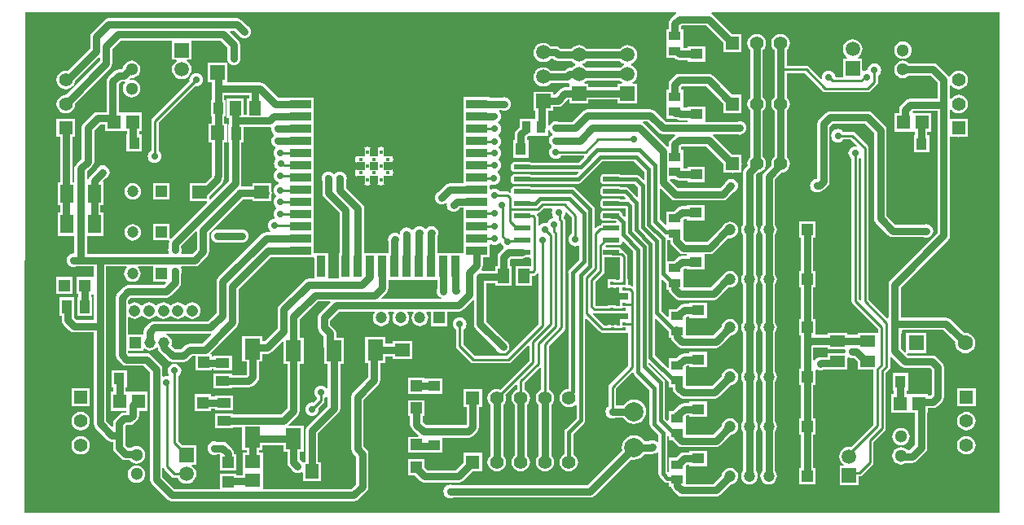
<source format=gtl>
G04*
G04 #@! TF.GenerationSoftware,Altium Limited,Altium Designer,20.2.5 (213)*
G04*
G04 Layer_Physical_Order=1*
G04 Layer_Color=255*
%FSLAX44Y44*%
%MOMM*%
G71*
G04*
G04 #@! TF.SameCoordinates,141B8AC5-84E1-4BD6-917F-AD625E5865C0*
G04*
G04*
G04 #@! TF.FilePolarity,Positive*
G04*
G01*
G75*
%ADD16C,0.4000*%
%ADD17C,0.2540*%
%ADD20R,0.9000X0.9000*%
%ADD21R,0.9000X2.2500*%
%ADD22R,2.2500X0.9000*%
%ADD23R,0.4000X0.3800*%
%ADD24R,1.3700X1.9100*%
%ADD25C,2.0000*%
%ADD26R,1.0000X1.2500*%
%ADD27R,1.3000X1.1000*%
%ADD28R,1.2621X0.9549*%
%ADD29R,1.5082X1.2065*%
%ADD30R,1.2065X1.5082*%
%ADD31R,1.1000X1.3000*%
%ADD32R,1.6000X2.1800*%
%ADD33R,1.6000X2.2000*%
%ADD34R,0.9549X1.2621*%
%ADD35R,1.3549X1.4621*%
%ADD36R,1.1500X1.1500*%
%ADD37R,1.5500X1.3500*%
%ADD38R,1.2000X1.2000*%
%ADD39R,1.5000X1.4000*%
%ADD40R,1.0500X1.4500*%
%ADD41R,1.1000X1.3500*%
%ADD42R,1.4000X1.5000*%
%ADD43R,1.2000X1.2000*%
G04:AMPARAMS|DCode=44|XSize=0.55mm|YSize=1.7mm|CornerRadius=0.0495mm|HoleSize=0mm|Usage=FLASHONLY|Rotation=270.000|XOffset=0mm|YOffset=0mm|HoleType=Round|Shape=RoundedRectangle|*
%AMROUNDEDRECTD44*
21,1,0.5500,1.6010,0,0,270.0*
21,1,0.4510,1.7000,0,0,270.0*
1,1,0.0990,-0.8005,-0.2255*
1,1,0.0990,-0.8005,0.2255*
1,1,0.0990,0.8005,0.2255*
1,1,0.0990,0.8005,-0.2255*
%
%ADD44ROUNDEDRECTD44*%
%ADD45R,1.4082X1.0065*%
%ADD63C,1.2000*%
%ADD68C,1.4000*%
%ADD69R,1.4000X1.4000*%
%ADD72C,1.1500*%
%ADD73R,1.1500X1.1500*%
%ADD75R,1.4000X1.4000*%
%ADD78C,0.7620*%
%ADD79C,0.4000*%
%ADD80C,1.6000*%
%ADD81R,1.6000X1.6000*%
%ADD82C,1.5000*%
%ADD83R,1.5000X1.5000*%
%ADD84C,1.3000*%
%ADD85R,1.3000X1.3000*%
%ADD86C,1.2080*%
%ADD87C,3.5000*%
%ADD88C,0.7000*%
G36*
X2995000Y870000D02*
X1982395D01*
X1981498Y870899D01*
X1982500Y1390000D01*
X2658665D01*
X2659050Y1388730D01*
X2657386Y1387618D01*
X2652922Y1383154D01*
X2651518Y1381054D01*
X2651026Y1378576D01*
Y1372854D01*
X2648649D01*
Y1358611D01*
X2648649Y1357341D01*
X2648649Y1356955D01*
Y1342712D01*
X2657195D01*
X2657485Y1342422D01*
X2659585Y1341018D01*
X2662063Y1340526D01*
X2670960D01*
Y1338960D01*
X2689040D01*
Y1355040D01*
X2670960D01*
Y1353474D01*
X2667249D01*
X2666351Y1354372D01*
X2666351Y1358225D01*
X2666351Y1358611D01*
Y1372854D01*
X2663974D01*
Y1375894D01*
X2664645Y1376565D01*
X2690068D01*
X2707960Y1358674D01*
Y1358609D01*
X2707918Y1358290D01*
X2707960Y1357971D01*
Y1348750D01*
X2717181D01*
X2717500Y1348708D01*
X2717819Y1348750D01*
X2727040D01*
Y1357971D01*
X2727082Y1358290D01*
X2727040Y1358609D01*
Y1367830D01*
X2717819D01*
X2717500Y1367872D01*
X2717181Y1367830D01*
X2717116D01*
X2697328Y1387618D01*
X2695664Y1388730D01*
X2696049Y1390000D01*
X2995000D01*
Y870000D01*
D02*
G37*
%LPC*%
G36*
X2202330Y1384144D02*
X2069170D01*
X2066692Y1383652D01*
X2064592Y1382248D01*
X2051762Y1369418D01*
X2050358Y1367318D01*
X2049866Y1364840D01*
Y1352795D01*
X2026438Y1329367D01*
X2024500Y1329622D01*
X2022010Y1329294D01*
X2019689Y1328333D01*
X2017696Y1326804D01*
X2016167Y1324811D01*
X2015206Y1322490D01*
X2014878Y1320000D01*
X2015206Y1317510D01*
X2016167Y1315189D01*
X2017696Y1313196D01*
X2019689Y1311667D01*
X2022010Y1310706D01*
X2024500Y1310378D01*
X2026991Y1310706D01*
X2029311Y1311667D01*
X2031304Y1313196D01*
X2032833Y1315189D01*
X2033795Y1317510D01*
X2033931Y1318549D01*
X2058852Y1343470D01*
X2060026Y1342984D01*
Y1339682D01*
X2024912Y1304568D01*
X2024500Y1304622D01*
X2022010Y1304294D01*
X2019689Y1303333D01*
X2017696Y1301804D01*
X2016167Y1299811D01*
X2015206Y1297490D01*
X2014878Y1295000D01*
X2015206Y1292510D01*
X2016167Y1290189D01*
X2017696Y1288196D01*
X2019689Y1286667D01*
X2022010Y1285706D01*
X2024500Y1285378D01*
X2026991Y1285706D01*
X2029311Y1286667D01*
X2031304Y1288196D01*
X2032833Y1290189D01*
X2033795Y1292510D01*
X2034122Y1295000D01*
X2034068Y1295412D01*
X2071078Y1332422D01*
X2072482Y1334522D01*
X2072974Y1337000D01*
Y1352568D01*
X2081442Y1361036D01*
X2134960D01*
Y1351351D01*
X2134914Y1351000D01*
X2134960Y1350648D01*
Y1340960D01*
X2138982D01*
X2139834Y1339832D01*
X2139833Y1339690D01*
X2137839Y1338161D01*
X2136230Y1336063D01*
X2135219Y1333621D01*
X2134873Y1331000D01*
X2135219Y1328379D01*
X2136230Y1325937D01*
X2137839Y1323839D01*
X2139937Y1322230D01*
X2142379Y1321218D01*
X2145000Y1320873D01*
X2147621Y1321218D01*
X2150063Y1322230D01*
X2152161Y1323839D01*
X2153770Y1325937D01*
X2154782Y1328379D01*
X2155127Y1331000D01*
X2154782Y1333621D01*
X2153770Y1336063D01*
X2152161Y1338161D01*
X2150168Y1339690D01*
X2150166Y1339832D01*
X2151018Y1340960D01*
X2155040D01*
Y1350648D01*
X2155086Y1351000D01*
X2155040Y1351351D01*
Y1361036D01*
X2185870D01*
X2192716Y1354190D01*
Y1345161D01*
X2192370Y1344327D01*
X2192130Y1342500D01*
X2192370Y1340673D01*
X2193076Y1338970D01*
X2194198Y1337508D01*
X2195660Y1336385D01*
X2197363Y1335680D01*
X2199190Y1335440D01*
X2201017Y1335680D01*
X2202720Y1336385D01*
X2204182Y1337508D01*
X2205305Y1338970D01*
X2206010Y1340673D01*
X2206250Y1342500D01*
X2206010Y1344327D01*
X2205664Y1345161D01*
Y1356872D01*
X2205172Y1359349D01*
X2203768Y1361450D01*
X2195196Y1370022D01*
X2195682Y1371196D01*
X2199648D01*
X2203540Y1367304D01*
X2203885Y1366470D01*
X2205008Y1365008D01*
X2206470Y1363885D01*
X2208173Y1363180D01*
X2210000Y1362940D01*
X2211827Y1363180D01*
X2213530Y1363885D01*
X2214992Y1365008D01*
X2216115Y1366470D01*
X2216820Y1368173D01*
X2217060Y1370000D01*
X2216820Y1371827D01*
X2216115Y1373530D01*
X2214992Y1374992D01*
X2213530Y1376115D01*
X2212696Y1376460D01*
X2206908Y1382248D01*
X2204808Y1383652D01*
X2202330Y1384144D01*
D02*
G37*
G36*
X2894500Y1360118D02*
X2892140Y1359807D01*
X2889941Y1358896D01*
X2888053Y1357447D01*
X2886604Y1355559D01*
X2885693Y1353360D01*
X2885382Y1351000D01*
X2885693Y1348640D01*
X2886604Y1346441D01*
X2888053Y1344553D01*
X2889941Y1343104D01*
X2892140Y1342193D01*
X2894500Y1341882D01*
X2896860Y1342193D01*
X2899059Y1343104D01*
X2900947Y1344553D01*
X2902397Y1346441D01*
X2903307Y1348640D01*
X2903618Y1351000D01*
X2903307Y1353360D01*
X2902397Y1355559D01*
X2900947Y1357447D01*
X2899059Y1358896D01*
X2896860Y1359807D01*
X2894500Y1360118D01*
D02*
G37*
G36*
X2520812Y1358627D02*
X2518191Y1358282D01*
X2515748Y1357270D01*
X2513651Y1355661D01*
X2512042Y1353563D01*
X2511030Y1351121D01*
X2510685Y1348500D01*
X2511030Y1345879D01*
X2512042Y1343437D01*
X2513651Y1341339D01*
X2515748Y1339730D01*
X2518191Y1338719D01*
X2520812Y1338373D01*
X2523433Y1338719D01*
X2525875Y1339730D01*
X2527972Y1341339D01*
X2528499Y1342026D01*
X2530630D01*
X2531234Y1341422D01*
X2533334Y1340018D01*
X2535812Y1339526D01*
X2550125D01*
X2550651Y1338839D01*
X2552749Y1337230D01*
X2554059Y1336687D01*
Y1335313D01*
X2552749Y1334770D01*
X2550651Y1333161D01*
X2550125Y1332474D01*
X2548312D01*
X2545834Y1331982D01*
X2543734Y1330578D01*
X2542730Y1329574D01*
X2528499D01*
X2527972Y1330261D01*
X2525875Y1331870D01*
X2523433Y1332882D01*
X2520812Y1333227D01*
X2518191Y1332882D01*
X2515748Y1331870D01*
X2513651Y1330261D01*
X2512042Y1328163D01*
X2511030Y1325721D01*
X2510685Y1323100D01*
X2511030Y1320479D01*
X2512042Y1318037D01*
X2513651Y1315939D01*
X2515748Y1314330D01*
X2518191Y1313318D01*
X2520812Y1312973D01*
X2523433Y1313318D01*
X2525875Y1314330D01*
X2527972Y1315939D01*
X2528499Y1316626D01*
X2545412D01*
X2545834Y1316709D01*
X2547007Y1316738D01*
X2547007Y1316738D01*
D01*
X2547772Y1315800D01*
X2547772Y1315064D01*
Y1312474D01*
X2543312D01*
X2540834Y1311982D01*
X2538734Y1310578D01*
X2533130Y1304974D01*
X2530852D01*
Y1307740D01*
X2510772D01*
Y1287660D01*
X2512747D01*
Y1280481D01*
X2511849Y1279583D01*
X2510540Y1279583D01*
X2510154Y1279583D01*
X2495911D01*
Y1271038D01*
X2492922Y1268048D01*
X2491518Y1265948D01*
X2491026Y1263470D01*
Y1257290D01*
X2489460D01*
Y1239210D01*
X2505540D01*
Y1257290D01*
X2503974D01*
Y1260789D01*
X2505067Y1261882D01*
X2510154D01*
X2511424Y1261882D01*
X2511810Y1261882D01*
X2526053D01*
Y1267575D01*
X2527323Y1267827D01*
X2527885Y1266470D01*
X2529008Y1265008D01*
X2529967Y1264271D01*
X2530041Y1264101D01*
Y1262899D01*
X2529967Y1262729D01*
X2529008Y1261992D01*
X2527885Y1260530D01*
X2527180Y1258827D01*
X2526940Y1257000D01*
X2527180Y1255173D01*
X2527885Y1253470D01*
X2529008Y1252008D01*
X2529493Y1251635D01*
Y1250365D01*
X2529008Y1249992D01*
X2527885Y1248530D01*
X2527180Y1246827D01*
X2526940Y1245000D01*
X2527180Y1243173D01*
X2527885Y1241470D01*
X2529008Y1240008D01*
X2530470Y1238885D01*
X2532173Y1238180D01*
X2534000Y1237940D01*
X2535827Y1238180D01*
X2537530Y1238885D01*
X2538992Y1240008D01*
X2539843Y1241115D01*
X2562910D01*
X2563396Y1239942D01*
X2557533Y1234079D01*
X2508415D01*
X2507689Y1234564D01*
X2506505Y1234799D01*
X2490495D01*
X2489311Y1234564D01*
X2488307Y1233893D01*
X2487636Y1232889D01*
X2487401Y1231705D01*
Y1227195D01*
X2487636Y1226011D01*
X2488307Y1225007D01*
X2489311Y1224336D01*
X2490495Y1224100D01*
X2506505D01*
X2507689Y1224336D01*
X2508415Y1224821D01*
X2556865D01*
X2557351Y1223648D01*
X2555083Y1221379D01*
X2508415D01*
X2507689Y1221864D01*
X2506505Y1222099D01*
X2490495D01*
X2489311Y1221864D01*
X2488307Y1221193D01*
X2487636Y1220189D01*
X2487401Y1219005D01*
Y1214495D01*
X2487636Y1213311D01*
X2488307Y1212307D01*
X2489311Y1211636D01*
X2490495Y1211401D01*
X2506505D01*
X2507689Y1211636D01*
X2508415Y1212121D01*
X2557000D01*
X2557000Y1212121D01*
X2558771Y1212473D01*
X2560273Y1213477D01*
X2582167Y1235371D01*
X2615083D01*
X2625801Y1224653D01*
Y1216240D01*
X2624628Y1215754D01*
X2620359Y1220023D01*
X2618857Y1221027D01*
X2617086Y1221379D01*
X2617085Y1221379D01*
X2601415D01*
X2600689Y1221864D01*
X2599505Y1222099D01*
X2583495D01*
X2582311Y1221864D01*
X2581307Y1221193D01*
X2580636Y1220189D01*
X2580401Y1219005D01*
Y1214495D01*
X2580636Y1213311D01*
X2581307Y1212307D01*
X2582311Y1211636D01*
X2583495Y1211401D01*
X2599505D01*
X2600689Y1211636D01*
X2601415Y1212121D01*
X2615168D01*
X2619261Y1208028D01*
Y1198995D01*
X2618088Y1198509D01*
X2609273Y1207323D01*
X2607771Y1208327D01*
X2606000Y1208679D01*
X2606000Y1208679D01*
X2601415D01*
X2600689Y1209164D01*
X2599505Y1209399D01*
X2583495D01*
X2582311Y1209164D01*
X2581307Y1208493D01*
X2580636Y1207489D01*
X2580401Y1206305D01*
Y1201795D01*
X2580636Y1200611D01*
X2581307Y1199607D01*
X2582311Y1198936D01*
X2583495Y1198700D01*
X2599505D01*
X2600689Y1198936D01*
X2601415Y1199421D01*
X2604083D01*
X2606351Y1197152D01*
X2605865Y1195979D01*
X2601415D01*
X2600689Y1196464D01*
X2599505Y1196699D01*
X2583495D01*
X2582311Y1196464D01*
X2581307Y1195793D01*
X2580636Y1194789D01*
X2580401Y1193605D01*
Y1189095D01*
X2580636Y1187911D01*
X2581307Y1186907D01*
X2582311Y1186236D01*
X2583495Y1186001D01*
X2599505D01*
X2600689Y1186236D01*
X2601415Y1186721D01*
X2606211D01*
Y1177895D01*
X2605038Y1177409D01*
X2602599Y1179847D01*
Y1180905D01*
X2602364Y1182089D01*
X2601693Y1183093D01*
X2600689Y1183764D01*
X2599505Y1183999D01*
X2583495D01*
X2582311Y1183764D01*
X2581307Y1183093D01*
X2580636Y1182089D01*
X2580401Y1180905D01*
Y1176395D01*
X2580636Y1175211D01*
X2581307Y1174207D01*
X2582311Y1173536D01*
X2583495Y1173300D01*
X2592101D01*
X2592250Y1173271D01*
X2592250Y1173271D01*
X2596020D01*
X2596693Y1172446D01*
X2596198Y1171299D01*
X2583495D01*
X2582311Y1171064D01*
X2581307Y1170393D01*
X2580636Y1169389D01*
X2580536Y1168885D01*
X2580000D01*
X2578513Y1168589D01*
X2577253Y1167747D01*
X2575342Y1165836D01*
X2574169Y1166322D01*
Y1185210D01*
X2574169Y1185210D01*
X2573817Y1186981D01*
X2572813Y1188483D01*
X2553973Y1207323D01*
X2552471Y1208327D01*
X2550700Y1208679D01*
X2550700Y1208679D01*
X2508415D01*
X2507689Y1209164D01*
X2506505Y1209399D01*
X2490495D01*
X2489311Y1209164D01*
X2488307Y1208493D01*
X2487636Y1207489D01*
X2487401Y1206305D01*
Y1203401D01*
X2486624Y1202956D01*
X2486131Y1202833D01*
X2484999Y1203589D01*
X2483512Y1203885D01*
X2475842D01*
X2474992Y1204992D01*
X2473530Y1206115D01*
X2471827Y1206820D01*
X2470000Y1207060D01*
X2468173Y1206820D01*
X2466470Y1206115D01*
X2466429Y1206083D01*
X2465290Y1206645D01*
Y1210392D01*
X2466560Y1211240D01*
X2467384Y1210899D01*
X2469212Y1210658D01*
X2471039Y1210899D01*
X2472742Y1211604D01*
X2474204Y1212726D01*
X2475326Y1214188D01*
X2476032Y1215891D01*
X2476272Y1217719D01*
X2476032Y1219546D01*
X2475326Y1221249D01*
X2474204Y1222711D01*
X2473291Y1223412D01*
X2473458Y1224856D01*
X2473530Y1224885D01*
X2474992Y1226008D01*
X2476115Y1227470D01*
X2476820Y1229173D01*
X2477060Y1231000D01*
X2476820Y1232827D01*
X2476115Y1234530D01*
X2474992Y1235992D01*
X2474033Y1236729D01*
X2473959Y1236899D01*
Y1238101D01*
X2474033Y1238271D01*
X2474992Y1239008D01*
X2476115Y1240470D01*
X2476820Y1242173D01*
X2477060Y1244000D01*
X2476820Y1245827D01*
X2476115Y1247530D01*
X2474992Y1248992D01*
X2474507Y1249365D01*
Y1250635D01*
X2474992Y1251008D01*
X2476115Y1252470D01*
X2476820Y1254173D01*
X2477060Y1256000D01*
X2476820Y1257827D01*
X2476115Y1259530D01*
X2474992Y1260992D01*
X2474033Y1261729D01*
X2473959Y1261899D01*
Y1263101D01*
X2474033Y1263271D01*
X2474992Y1264008D01*
X2476115Y1265470D01*
X2476820Y1267173D01*
X2477060Y1269000D01*
X2476820Y1270827D01*
X2476115Y1272530D01*
X2474992Y1273992D01*
X2473872Y1274852D01*
X2473766Y1275236D01*
Y1275964D01*
X2473872Y1276348D01*
X2474992Y1277208D01*
X2476115Y1278670D01*
X2476820Y1280373D01*
X2477060Y1282200D01*
X2476820Y1284027D01*
X2476115Y1285730D01*
X2475021Y1287156D01*
X2475046Y1287330D01*
X2475472Y1288426D01*
X2477580D01*
X2478173Y1288180D01*
X2480000Y1287940D01*
X2481827Y1288180D01*
X2483530Y1288885D01*
X2484992Y1290008D01*
X2486115Y1291470D01*
X2486820Y1293173D01*
X2487060Y1295000D01*
X2486820Y1296827D01*
X2486115Y1298530D01*
X2484992Y1299992D01*
X2483530Y1301115D01*
X2481827Y1301820D01*
X2480000Y1302060D01*
X2478173Y1301820D01*
X2477097Y1301374D01*
X2465290D01*
Y1301940D01*
X2437710D01*
Y1287860D01*
Y1275160D01*
Y1262460D01*
Y1249760D01*
Y1237060D01*
Y1224360D01*
Y1212474D01*
X2423500D01*
X2421022Y1211982D01*
X2418922Y1210578D01*
X2412304Y1203960D01*
X2411470Y1203615D01*
X2410007Y1202492D01*
X2408885Y1201030D01*
X2408180Y1199327D01*
X2407940Y1197500D01*
X2408180Y1195673D01*
X2408885Y1193970D01*
X2410007Y1192507D01*
X2411470Y1191385D01*
X2413173Y1190680D01*
X2415000Y1190440D01*
X2416827Y1190680D01*
X2418530Y1191385D01*
X2419500Y1192130D01*
X2420623Y1191390D01*
X2420440Y1190000D01*
X2420680Y1188173D01*
X2421385Y1186470D01*
X2422508Y1185008D01*
X2423970Y1183885D01*
X2425673Y1183180D01*
X2427500Y1182940D01*
X2429327Y1183180D01*
X2431030Y1183885D01*
X2432492Y1185008D01*
X2433615Y1186470D01*
X2433762Y1186826D01*
X2437710D01*
Y1173560D01*
Y1160860D01*
Y1148160D01*
Y1140720D01*
X2436890Y1139790D01*
X2410924D01*
Y1158218D01*
X2411320Y1159173D01*
X2411560Y1161000D01*
X2411320Y1162827D01*
X2410614Y1164530D01*
X2409492Y1165992D01*
X2408030Y1167114D01*
X2406327Y1167820D01*
X2404500Y1168060D01*
X2402673Y1167820D01*
X2400970Y1167114D01*
X2399507Y1165992D01*
X2398981Y1165307D01*
X2397381D01*
X2396914Y1165914D01*
X2395452Y1167037D01*
X2393749Y1167742D01*
X2391922Y1167982D01*
X2390095Y1167742D01*
X2388392Y1167037D01*
X2386929Y1165914D01*
X2385807Y1164452D01*
X2385726Y1164254D01*
X2384272Y1164063D01*
X2383855Y1164605D01*
X2382393Y1165727D01*
X2380690Y1166433D01*
X2378863Y1166673D01*
X2377035Y1166433D01*
X2375333Y1165727D01*
X2373870Y1164605D01*
X2372748Y1163143D01*
X2372043Y1161440D01*
X2371876Y1160169D01*
X2370662Y1159570D01*
X2370575Y1159566D01*
X2370030Y1159985D01*
X2368327Y1160690D01*
X2366500Y1160930D01*
X2364673Y1160690D01*
X2362970Y1159985D01*
X2361508Y1158863D01*
X2360385Y1157400D01*
X2359680Y1155697D01*
X2359440Y1153870D01*
X2359680Y1152043D01*
X2359876Y1151571D01*
Y1139790D01*
X2334724D01*
Y1186118D01*
X2334232Y1188596D01*
X2332828Y1190696D01*
X2315974Y1207550D01*
Y1215089D01*
X2316320Y1215923D01*
X2316560Y1217750D01*
X2316320Y1219577D01*
X2315614Y1221280D01*
X2314492Y1222742D01*
X2313030Y1223865D01*
X2311327Y1224570D01*
X2309500Y1224810D01*
X2307673Y1224570D01*
X2305970Y1223865D01*
X2304508Y1222742D01*
X2304039Y1222132D01*
X2302769D01*
X2302492Y1222492D01*
X2301030Y1223615D01*
X2299327Y1224320D01*
X2297500Y1224560D01*
X2295673Y1224320D01*
X2293970Y1223615D01*
X2292508Y1222492D01*
X2291385Y1221030D01*
X2290680Y1219327D01*
X2290440Y1217500D01*
X2290680Y1215673D01*
X2291026Y1214839D01*
Y1202500D01*
X2291518Y1200022D01*
X2292922Y1197922D01*
X2309076Y1181768D01*
Y1139790D01*
X2308510D01*
Y1113474D01*
X2297190D01*
Y1139790D01*
X2283810D01*
X2283110Y1139790D01*
X2282540Y1140824D01*
Y1148060D01*
Y1160760D01*
Y1173460D01*
Y1186160D01*
Y1198860D01*
Y1211560D01*
Y1224260D01*
Y1236960D01*
Y1249660D01*
Y1262360D01*
Y1275060D01*
Y1287760D01*
Y1301840D01*
X2254960D01*
Y1301274D01*
X2245382D01*
X2231178Y1315478D01*
X2229078Y1316882D01*
X2226600Y1317375D01*
X2193775D01*
X2192540Y1317460D01*
Y1337540D01*
X2172460D01*
Y1317460D01*
X2176421D01*
Y1310900D01*
Y1299290D01*
X2175355D01*
Y1281710D01*
X2176421D01*
Y1274790D01*
X2172960D01*
Y1254710D01*
X2176421D01*
Y1221486D01*
X2176071Y1219727D01*
X2169114Y1212770D01*
X2153282D01*
Y1193690D01*
X2171006D01*
X2171492Y1192517D01*
X2133810Y1154835D01*
X2132540Y1155341D01*
Y1161247D01*
X2132573Y1161500D01*
X2132540Y1161753D01*
Y1170040D01*
X2124253D01*
X2124000Y1170073D01*
X2123747Y1170040D01*
X2115460D01*
Y1161753D01*
X2115427Y1161500D01*
X2115460Y1161247D01*
Y1152960D01*
X2123747D01*
X2124000Y1152927D01*
X2124253Y1152960D01*
X2131028D01*
X2131912Y1151690D01*
X2131556Y1149898D01*
Y1145971D01*
X2131210Y1145137D01*
X2130970Y1143310D01*
X2131210Y1141483D01*
X2131723Y1140244D01*
X2131062Y1138974D01*
X2046474D01*
Y1157910D01*
X2063600D01*
Y1182090D01*
X2060684D01*
Y1189410D01*
X2063600D01*
Y1213590D01*
X2063406D01*
X2062919Y1214763D01*
X2065696Y1217540D01*
X2066530Y1217886D01*
X2067992Y1219007D01*
X2069115Y1220470D01*
X2069820Y1222173D01*
X2070060Y1224000D01*
X2069820Y1225827D01*
X2069115Y1227530D01*
X2067992Y1228992D01*
X2066530Y1230115D01*
X2064827Y1230820D01*
X2063000Y1231060D01*
X2061173Y1230820D01*
X2059470Y1230115D01*
X2058008Y1228992D01*
X2056886Y1227530D01*
X2056540Y1226696D01*
X2049632Y1219788D01*
X2048228Y1217688D01*
X2047736Y1215210D01*
X2046474Y1215231D01*
Y1224818D01*
X2052078Y1230422D01*
X2053482Y1232522D01*
X2053974Y1235000D01*
Y1267318D01*
X2060190Y1273534D01*
X2065685D01*
Y1266649D01*
X2083929D01*
X2085199Y1266649D01*
X2085585Y1266649D01*
X2088039D01*
Y1263290D01*
X2087460D01*
Y1245210D01*
X2103540D01*
Y1263290D01*
X2100987D01*
Y1266649D01*
X2103828D01*
Y1286351D01*
X2085585D01*
X2084315Y1286351D01*
X2083929Y1286351D01*
X2079623D01*
Y1315466D01*
X2082264Y1318108D01*
X2085127D01*
X2085519Y1318186D01*
X2086235Y1317034D01*
X2085104Y1315559D01*
X2084193Y1313360D01*
X2083882Y1311000D01*
X2084193Y1308640D01*
X2085104Y1306441D01*
X2086553Y1304553D01*
X2088441Y1303104D01*
X2090640Y1302193D01*
X2093000Y1301882D01*
X2095360Y1302193D01*
X2097559Y1303104D01*
X2099447Y1304553D01*
X2100896Y1306441D01*
X2101807Y1308640D01*
X2102118Y1311000D01*
X2101807Y1313360D01*
X2100896Y1315559D01*
X2099447Y1317447D01*
X2097559Y1318896D01*
X2095360Y1319807D01*
X2093000Y1320118D01*
X2091404Y1319908D01*
X2090811Y1321111D01*
X2091747Y1322047D01*
X2093000Y1321882D01*
X2095360Y1322193D01*
X2097559Y1323104D01*
X2099447Y1324553D01*
X2100896Y1326441D01*
X2101807Y1328640D01*
X2102118Y1331000D01*
X2101807Y1333360D01*
X2100896Y1335559D01*
X2099447Y1337447D01*
X2097559Y1338896D01*
X2095360Y1339807D01*
X2093000Y1340118D01*
X2090640Y1339807D01*
X2088441Y1338896D01*
X2086553Y1337447D01*
X2085104Y1335559D01*
X2084193Y1333360D01*
X2084108Y1332721D01*
X2082445Y1331057D01*
X2079583D01*
X2077105Y1330564D01*
X2075004Y1329160D01*
X2068570Y1322726D01*
X2067167Y1320626D01*
X2066674Y1318148D01*
Y1286483D01*
X2057508D01*
X2055031Y1285990D01*
X2052930Y1284586D01*
X2042922Y1274578D01*
X2041518Y1272478D01*
X2041026Y1270000D01*
Y1237682D01*
X2035422Y1232078D01*
X2034018Y1229978D01*
X2033526Y1227500D01*
Y1213590D01*
X2031619D01*
Y1260460D01*
X2034040D01*
Y1269681D01*
X2034082Y1270000D01*
X2034040Y1270319D01*
Y1279540D01*
X2024819D01*
X2024500Y1279582D01*
X2024181Y1279540D01*
X2014960D01*
Y1270319D01*
X2014918Y1270000D01*
X2014960Y1269681D01*
Y1260460D01*
X2018671D01*
Y1213590D01*
X2016400D01*
Y1189410D01*
X2018671D01*
Y1182090D01*
X2016400D01*
Y1157910D01*
X2033526D01*
Y1140388D01*
X2032571Y1139551D01*
X2032500Y1139560D01*
X2030673Y1139320D01*
X2028970Y1138615D01*
X2027508Y1137492D01*
X2026385Y1136030D01*
X2025680Y1134327D01*
X2025440Y1132500D01*
X2025680Y1130673D01*
X2026385Y1128970D01*
X2027508Y1127507D01*
X2028970Y1126385D01*
X2030673Y1125680D01*
X2032500Y1125440D01*
X2034327Y1125680D01*
X2035161Y1126026D01*
X2053526D01*
Y1115797D01*
X2052719Y1114861D01*
X2052256Y1114861D01*
X2035639D01*
Y1097781D01*
X2037705D01*
Y1093791D01*
X2036368D01*
Y1074211D01*
X2051948D01*
Y1093791D01*
X2050654D01*
Y1096883D01*
X2051501Y1097730D01*
X2052788Y1097700D01*
X2053526Y1096845D01*
Y1070474D01*
X2035682D01*
X2033323Y1072833D01*
Y1074211D01*
X2033448D01*
Y1093791D01*
X2017868D01*
Y1074211D01*
X2020374D01*
Y1070152D01*
X2020867Y1067674D01*
X2022270Y1065574D01*
X2028422Y1059422D01*
X2030522Y1058018D01*
X2033000Y1057526D01*
X2053526D01*
Y962500D01*
X2054018Y960022D01*
X2055422Y957922D01*
X2067922Y945422D01*
X2070022Y944018D01*
X2072500Y943526D01*
X2073526D01*
Y937500D01*
X2074019Y935022D01*
X2075422Y932922D01*
X2081893Y926451D01*
X2083993Y925048D01*
X2086471Y924555D01*
X2090784D01*
X2091553Y923553D01*
X2093441Y922104D01*
X2095640Y921193D01*
X2098000Y920882D01*
X2100360Y921193D01*
X2102559Y922104D01*
X2104447Y923553D01*
X2105896Y925441D01*
X2106807Y927640D01*
X2107118Y930000D01*
X2106807Y932360D01*
X2105896Y934559D01*
X2104447Y936447D01*
X2102559Y937896D01*
X2100360Y938807D01*
X2098000Y939118D01*
X2095640Y938807D01*
X2093441Y937896D01*
X2092929Y937504D01*
X2089152D01*
X2086474Y940182D01*
Y950000D01*
Y959818D01*
X2087682Y961026D01*
X2090888D01*
X2093366Y961518D01*
X2095466Y962922D01*
X2098740Y966196D01*
X2100143Y968296D01*
X2100636Y970774D01*
Y975899D01*
X2109064D01*
Y995601D01*
X2090822D01*
X2090436Y995601D01*
Y995601D01*
X2089551D01*
Y995601D01*
X2086711D01*
Y999960D01*
X2088040D01*
Y1018040D01*
X2071960D01*
Y999960D01*
X2073763D01*
Y995601D01*
X2070923D01*
Y975899D01*
X2087688D01*
Y973974D01*
X2085000D01*
X2082522Y973482D01*
X2080422Y972078D01*
X2075422Y967078D01*
X2074019Y964978D01*
X2073526Y962500D01*
Y959790D01*
X2072352Y959304D01*
X2066474Y965182D01*
Y1064000D01*
Y1126026D01*
X2087443D01*
X2087874Y1124756D01*
X2087659Y1124591D01*
X2086290Y1122807D01*
X2085430Y1120729D01*
X2085136Y1118500D01*
X2085430Y1116271D01*
X2086290Y1114193D01*
X2087659Y1112409D01*
X2089443Y1111040D01*
X2091521Y1110180D01*
X2093750Y1109886D01*
X2095979Y1110180D01*
X2098057Y1111040D01*
X2099841Y1112409D01*
X2101210Y1114193D01*
X2102070Y1116271D01*
X2102364Y1118500D01*
X2102070Y1120729D01*
X2101210Y1122807D01*
X2099841Y1124591D01*
X2099626Y1124756D01*
X2100057Y1126026D01*
X2115210D01*
Y1118753D01*
X2115177Y1118500D01*
X2115210Y1118247D01*
Y1109960D01*
X2123497D01*
X2123750Y1109927D01*
X2124003Y1109960D01*
X2128145D01*
X2128631Y1108787D01*
X2126318Y1106474D01*
X2089464D01*
X2086986Y1105982D01*
X2084886Y1104578D01*
X2078272Y1097964D01*
X2076868Y1095864D01*
X2076376Y1093386D01*
Y1033714D01*
X2076868Y1031236D01*
X2078272Y1029136D01*
X2082736Y1024672D01*
X2084836Y1023268D01*
X2087314Y1022776D01*
X2105568D01*
X2111946Y1016398D01*
Y904580D01*
X2112438Y902102D01*
X2113842Y900002D01*
X2130444Y883400D01*
X2132545Y881996D01*
X2135022Y881503D01*
X2323978D01*
X2326456Y881996D01*
X2328556Y883400D01*
X2337328Y892172D01*
X2338732Y894272D01*
X2339224Y896750D01*
Y931048D01*
X2338732Y933526D01*
X2337328Y935626D01*
X2333974Y938980D01*
Y987318D01*
X2349578Y1002922D01*
X2350982Y1005022D01*
X2351474Y1007500D01*
Y1025528D01*
X2356914D01*
Y1032594D01*
X2364278D01*
Y1029528D01*
X2384358D01*
Y1048608D01*
X2364278D01*
Y1045542D01*
X2356914D01*
Y1052608D01*
X2335834D01*
Y1025528D01*
X2338526D01*
Y1010182D01*
X2322922Y994578D01*
X2321518Y992478D01*
X2321026Y990000D01*
Y936298D01*
X2321518Y933820D01*
X2322922Y931720D01*
X2326276Y928366D01*
Y899432D01*
X2321296Y894452D01*
X2229328D01*
Y912078D01*
X2229328Y912428D01*
Y913348D01*
X2229328Y913698D01*
Y931928D01*
X2225512D01*
Y934810D01*
X2228790D01*
Y939862D01*
X2250633D01*
Y932796D01*
X2254698D01*
Y922327D01*
X2255191Y919850D01*
X2256595Y917749D01*
X2259040Y915304D01*
X2259386Y914470D01*
X2260508Y913008D01*
X2261970Y911886D01*
X2263673Y911180D01*
X2265500Y910940D01*
X2267327Y911180D01*
X2269030Y911886D01*
X2269440Y912200D01*
X2270710Y911574D01*
Y902460D01*
X2289790D01*
Y922540D01*
X2286724D01*
Y952568D01*
X2307885Y973729D01*
X2309289Y975830D01*
X2309782Y978307D01*
Y1024596D01*
X2313847D01*
Y1051676D01*
X2305592D01*
Y1056419D01*
X2305099Y1058896D01*
X2303696Y1060997D01*
X2299474Y1065218D01*
Y1069855D01*
X2308755Y1079136D01*
X2345226D01*
X2345853Y1077866D01*
X2345040Y1076807D01*
X2344180Y1074729D01*
X2343886Y1072500D01*
X2344180Y1070271D01*
X2345040Y1068193D01*
X2346409Y1066409D01*
X2348193Y1065040D01*
X2350271Y1064180D01*
X2352500Y1063886D01*
X2354729Y1064180D01*
X2356807Y1065040D01*
X2358591Y1066409D01*
X2359960Y1068193D01*
X2360820Y1070271D01*
X2361114Y1072500D01*
X2360820Y1074729D01*
X2359960Y1076807D01*
X2359147Y1077866D01*
X2359774Y1079136D01*
X2365226D01*
X2365853Y1077866D01*
X2365040Y1076807D01*
X2364180Y1074729D01*
X2363886Y1072500D01*
X2364180Y1070271D01*
X2365040Y1068193D01*
X2366409Y1066409D01*
X2368193Y1065040D01*
X2370271Y1064180D01*
X2372500Y1063886D01*
X2374729Y1064180D01*
X2376807Y1065040D01*
X2378591Y1066409D01*
X2379960Y1068193D01*
X2380820Y1070271D01*
X2381114Y1072500D01*
X2380820Y1074729D01*
X2379960Y1076807D01*
X2379147Y1077866D01*
X2379774Y1079136D01*
X2385226D01*
X2385853Y1077866D01*
X2385040Y1076807D01*
X2384180Y1074729D01*
X2383886Y1072500D01*
X2384180Y1070271D01*
X2385040Y1068193D01*
X2386409Y1066409D01*
X2388193Y1065040D01*
X2390271Y1064180D01*
X2392500Y1063886D01*
X2394729Y1064180D01*
X2396807Y1065040D01*
X2398591Y1066409D01*
X2399960Y1068193D01*
X2400820Y1070271D01*
X2401114Y1072500D01*
X2400820Y1074729D01*
X2399960Y1076807D01*
X2399147Y1077866D01*
X2399774Y1079136D01*
X2403960D01*
Y1072753D01*
X2403927Y1072500D01*
X2403960Y1072247D01*
Y1063960D01*
X2412247D01*
X2412500Y1063927D01*
X2412753Y1063960D01*
X2421040D01*
Y1072247D01*
X2421073Y1072500D01*
X2421040Y1072753D01*
Y1079136D01*
X2433000D01*
X2435478Y1079628D01*
X2437578Y1081032D01*
X2447352Y1090806D01*
X2448526Y1090320D01*
Y1066000D01*
X2449018Y1063522D01*
X2450422Y1061422D01*
X2471613Y1040230D01*
X2472135Y1038970D01*
X2473258Y1037508D01*
X2474720Y1036385D01*
X2476423Y1035680D01*
X2478250Y1035440D01*
X2478961Y1035533D01*
X2479000Y1035526D01*
X2479190Y1035563D01*
X2480077Y1035680D01*
X2480355Y1035795D01*
X2481478Y1036018D01*
X2483578Y1037422D01*
X2484982Y1039522D01*
X2485474Y1042000D01*
X2485184Y1043460D01*
X2485070Y1044327D01*
X2484364Y1046030D01*
X2483242Y1047492D01*
X2481780Y1048615D01*
X2481373Y1048783D01*
X2461474Y1068682D01*
Y1108526D01*
X2471090D01*
Y1105949D01*
X2488235D01*
Y1126111D01*
X2486137D01*
Y1133281D01*
X2486932Y1134076D01*
X2498500D01*
X2500978Y1134568D01*
X2501924Y1135201D01*
X2506505D01*
X2506575Y1135214D01*
X2507845Y1134172D01*
Y1126111D01*
X2492108D01*
Y1105949D01*
X2509252D01*
Y1116115D01*
X2510000D01*
X2511487Y1116411D01*
X2512747Y1117253D01*
X2514477Y1118983D01*
X2514845Y1119535D01*
X2516115Y1119149D01*
Y1066293D01*
X2482707Y1032885D01*
X2449859D01*
X2437885Y1044859D01*
Y1060157D01*
X2438992Y1061008D01*
X2440114Y1062470D01*
X2440820Y1064173D01*
X2441060Y1066000D01*
X2440820Y1067827D01*
X2440114Y1069530D01*
X2438992Y1070992D01*
X2437530Y1072114D01*
X2435827Y1072820D01*
X2434000Y1073060D01*
X2432173Y1072820D01*
X2430470Y1072114D01*
X2429008Y1070992D01*
X2427885Y1069530D01*
X2427180Y1067827D01*
X2426940Y1066000D01*
X2427180Y1064173D01*
X2427885Y1062470D01*
X2429008Y1061008D01*
X2430115Y1060157D01*
Y1043250D01*
X2430411Y1041763D01*
X2431253Y1040503D01*
X2445503Y1026253D01*
X2446763Y1025411D01*
X2448250Y1025115D01*
X2484316D01*
X2485802Y1025411D01*
X2487063Y1026253D01*
X2504942Y1044133D01*
X2506115Y1043646D01*
Y1028108D01*
X2475917Y997910D01*
X2474990Y998294D01*
X2472500Y998622D01*
X2470009Y998294D01*
X2467689Y997332D01*
X2465696Y995803D01*
X2464167Y993810D01*
X2463206Y991490D01*
X2462878Y988999D01*
X2463206Y986509D01*
X2464167Y984188D01*
X2465696Y982195D01*
X2466026Y981942D01*
Y929557D01*
X2465696Y929304D01*
X2464167Y927311D01*
X2463206Y924990D01*
X2462878Y922500D01*
X2463206Y920010D01*
X2464167Y917689D01*
X2465696Y915696D01*
X2467689Y914167D01*
X2470009Y913206D01*
X2472500Y912878D01*
X2474990Y913206D01*
X2477311Y914167D01*
X2479304Y915696D01*
X2480833Y917689D01*
X2481794Y920010D01*
X2482122Y922500D01*
X2481794Y924990D01*
X2480833Y927311D01*
X2479304Y929304D01*
X2478974Y929557D01*
Y981942D01*
X2479304Y982195D01*
X2480833Y984188D01*
X2481794Y986509D01*
X2482122Y988999D01*
X2481794Y991490D01*
X2481411Y992416D01*
X2492442Y1003448D01*
X2493615Y1002962D01*
Y997716D01*
X2492689Y997332D01*
X2490696Y995803D01*
X2489167Y993810D01*
X2488206Y991490D01*
X2487878Y988999D01*
X2488206Y986509D01*
X2489167Y984188D01*
X2490696Y982195D01*
X2491026Y981942D01*
Y929557D01*
X2490696Y929304D01*
X2489167Y927311D01*
X2488206Y924990D01*
X2487878Y922500D01*
X2488206Y920010D01*
X2489167Y917689D01*
X2490696Y915696D01*
X2492689Y914167D01*
X2495009Y913206D01*
X2497500Y912878D01*
X2499990Y913206D01*
X2502311Y914167D01*
X2504304Y915696D01*
X2505833Y917689D01*
X2506794Y920010D01*
X2507122Y922500D01*
X2506794Y924990D01*
X2505833Y927311D01*
X2504304Y929304D01*
X2503974Y929557D01*
Y981942D01*
X2504304Y982195D01*
X2505833Y984188D01*
X2506794Y986509D01*
X2507122Y988999D01*
X2506794Y991490D01*
X2505833Y993810D01*
X2504304Y995803D01*
X2502311Y997332D01*
X2501385Y997716D01*
Y1005206D01*
X2517345Y1021167D01*
X2518615Y1020641D01*
Y997716D01*
X2517689Y997332D01*
X2515696Y995803D01*
X2514167Y993810D01*
X2513206Y991490D01*
X2512878Y988999D01*
X2513206Y986509D01*
X2514167Y984188D01*
X2515696Y982195D01*
X2516026Y981942D01*
Y929557D01*
X2515696Y929304D01*
X2514167Y927311D01*
X2513206Y924990D01*
X2512878Y922500D01*
X2513206Y920010D01*
X2514167Y917689D01*
X2515696Y915696D01*
X2517689Y914167D01*
X2520009Y913206D01*
X2522500Y912878D01*
X2524990Y913206D01*
X2527311Y914167D01*
X2529304Y915696D01*
X2530833Y917689D01*
X2531794Y920010D01*
X2532122Y922500D01*
X2531794Y924990D01*
X2530833Y927311D01*
X2529304Y929304D01*
X2528974Y929557D01*
Y981942D01*
X2529304Y982195D01*
X2530833Y984188D01*
X2531794Y986509D01*
X2532122Y988999D01*
X2531794Y991490D01*
X2530833Y993810D01*
X2529304Y995803D01*
X2527311Y997332D01*
X2526385Y997716D01*
Y1043391D01*
X2542673Y1059679D01*
X2543515Y1060940D01*
X2543811Y1062426D01*
Y1172809D01*
X2543515Y1174296D01*
X2542673Y1175556D01*
X2542189Y1176040D01*
X2541642Y1177222D01*
X2542764Y1178684D01*
X2543470Y1180387D01*
X2543685Y1182025D01*
X2544791Y1182715D01*
X2550115Y1177391D01*
Y1159810D01*
X2549008Y1158960D01*
X2547886Y1157498D01*
X2547180Y1155795D01*
X2546940Y1153968D01*
X2547180Y1152141D01*
X2547886Y1150438D01*
X2549008Y1148976D01*
X2550470Y1147854D01*
X2552173Y1147148D01*
X2554000Y1146908D01*
X2555827Y1147148D01*
X2557101Y1147676D01*
X2558371Y1147035D01*
Y1132917D01*
X2548060Y1122607D01*
X2547057Y1121105D01*
X2546704Y1119333D01*
X2546705Y1119333D01*
Y998517D01*
X2545009Y998294D01*
X2542689Y997332D01*
X2540696Y995803D01*
X2539167Y993810D01*
X2538206Y991490D01*
X2537878Y988999D01*
X2538206Y986509D01*
X2539167Y984188D01*
X2540696Y982195D01*
X2542689Y980666D01*
X2545009Y979705D01*
X2547500Y979377D01*
X2549990Y979705D01*
X2552311Y980666D01*
X2553901Y981886D01*
X2555171Y981350D01*
Y968129D01*
X2544227Y957185D01*
X2543223Y955683D01*
X2542871Y953911D01*
X2542871Y953911D01*
Y930909D01*
X2542689Y930833D01*
X2540696Y929304D01*
X2539167Y927311D01*
X2538206Y924990D01*
X2537878Y922500D01*
X2538206Y920010D01*
X2539167Y917689D01*
X2540696Y915696D01*
X2542689Y914167D01*
X2545009Y913206D01*
X2547500Y912878D01*
X2549990Y913206D01*
X2552311Y914167D01*
X2554304Y915696D01*
X2555833Y917689D01*
X2556794Y920010D01*
X2557122Y922500D01*
X2556794Y924990D01*
X2555833Y927311D01*
X2554304Y929304D01*
X2552311Y930833D01*
X2552129Y930909D01*
Y951994D01*
X2563073Y962938D01*
X2563073Y962938D01*
X2564077Y964440D01*
X2564429Y966211D01*
X2564429Y966211D01*
Y1071418D01*
X2565602Y1071904D01*
X2579373Y1058133D01*
X2580634Y1057291D01*
X2582120Y1056995D01*
X2587960D01*
Y1056440D01*
X2597040D01*
Y1056995D01*
X2600460D01*
Y1056440D01*
X2609305D01*
Y1022799D01*
X2589753Y1003247D01*
X2588911Y1001987D01*
X2588615Y1000500D01*
Y980843D01*
X2587508Y979993D01*
X2586385Y978530D01*
X2585680Y976827D01*
X2585439Y975000D01*
X2585680Y973173D01*
X2586385Y971470D01*
X2587508Y970008D01*
X2588970Y968885D01*
X2590673Y968180D01*
X2592500Y967940D01*
X2594327Y968180D01*
X2595161Y968526D01*
X2604163D01*
X2606058Y966056D01*
X2608677Y964046D01*
X2611728Y962783D01*
X2615001Y962352D01*
X2618275Y962783D01*
X2621325Y964046D01*
X2623945Y966056D01*
X2625955Y968676D01*
X2627219Y971726D01*
X2627650Y975000D01*
X2627219Y978274D01*
X2625955Y981324D01*
X2623945Y983944D01*
X2621325Y985954D01*
X2618275Y987217D01*
X2615001Y987648D01*
X2611728Y987217D01*
X2608677Y985954D01*
X2606058Y983944D01*
X2604163Y981474D01*
X2596385D01*
Y998891D01*
X2613145Y1015652D01*
X2614523Y1015234D01*
X2614724Y1014229D01*
X2615727Y1012727D01*
X2631331Y997123D01*
Y962040D01*
X2631331Y962040D01*
X2631683Y960269D01*
X2632687Y958767D01*
X2640371Y951083D01*
Y943282D01*
X2639101Y942851D01*
X2638992Y942992D01*
X2637530Y944115D01*
X2635827Y944820D01*
X2634000Y945060D01*
X2632173Y944820D01*
X2630470Y944115D01*
X2630282Y943970D01*
X2625840D01*
X2623945Y946440D01*
X2621325Y948450D01*
X2618275Y949713D01*
X2615001Y950144D01*
X2611728Y949713D01*
X2608677Y948450D01*
X2606058Y946440D01*
X2604048Y943820D01*
X2602784Y940770D01*
X2602353Y937496D01*
X2602759Y934410D01*
X2566824Y898474D01*
X2426661D01*
X2425827Y898820D01*
X2424000Y899060D01*
X2422173Y898820D01*
X2420470Y898114D01*
X2419008Y896992D01*
X2417885Y895530D01*
X2417180Y893827D01*
X2416940Y892000D01*
X2417180Y890173D01*
X2417885Y888470D01*
X2419008Y887008D01*
X2420470Y885885D01*
X2422173Y885180D01*
X2424000Y884940D01*
X2425827Y885180D01*
X2426661Y885526D01*
X2569505D01*
X2571983Y886018D01*
X2574084Y887422D01*
X2611916Y925254D01*
X2615001Y924848D01*
X2618275Y925279D01*
X2621325Y926542D01*
X2623945Y928552D01*
X2625840Y931021D01*
X2633378D01*
X2634000Y930940D01*
X2635827Y931180D01*
X2637530Y931886D01*
X2638992Y933008D01*
X2639101Y933149D01*
X2640371Y932718D01*
Y910000D01*
X2640371Y910000D01*
X2640723Y908229D01*
X2641727Y906727D01*
X2646227Y902227D01*
X2646227Y902227D01*
X2647729Y901223D01*
X2649500Y900871D01*
X2649500Y900871D01*
X2651149D01*
Y896995D01*
X2653725D01*
X2654018Y895523D01*
X2655422Y893422D01*
X2660422Y888422D01*
X2662522Y887019D01*
X2665000Y886526D01*
X2700000D01*
X2702478Y887019D01*
X2704578Y888422D01*
X2715625Y899469D01*
X2717229Y899680D01*
X2719307Y900540D01*
X2721091Y901909D01*
X2722460Y903693D01*
X2723320Y905771D01*
X2723614Y908000D01*
X2723320Y910229D01*
X2722460Y912307D01*
X2721091Y914091D01*
X2719307Y915460D01*
X2717229Y916320D01*
X2715000Y916614D01*
X2712771Y916320D01*
X2710693Y915460D01*
X2708909Y914091D01*
X2707540Y912307D01*
X2706680Y910229D01*
X2706469Y908625D01*
X2697318Y899474D01*
X2668851D01*
Y911238D01*
X2668851Y912508D01*
X2668851Y912895D01*
Y918730D01*
X2669646Y919526D01*
X2672710D01*
Y917960D01*
X2690790D01*
Y934040D01*
X2672710D01*
Y932474D01*
X2666964D01*
X2664487Y931982D01*
X2662386Y930578D01*
X2658946Y927138D01*
X2651149D01*
X2651149Y912555D01*
X2650500Y912267D01*
X2649629Y912874D01*
Y949659D01*
X2650899Y950338D01*
X2651149Y950171D01*
Y945341D01*
X2655142D01*
X2655422Y944922D01*
X2660422Y939922D01*
X2662522Y938519D01*
X2665000Y938026D01*
X2700000D01*
X2702478Y938519D01*
X2704578Y939922D01*
X2715625Y950968D01*
X2717229Y951180D01*
X2719307Y952040D01*
X2721091Y953409D01*
X2722460Y955193D01*
X2723320Y957271D01*
X2723614Y959500D01*
X2723320Y961729D01*
X2722460Y963807D01*
X2721091Y965591D01*
X2719307Y966960D01*
X2717229Y967820D01*
X2715000Y968114D01*
X2712771Y967820D01*
X2710693Y966960D01*
X2708909Y965591D01*
X2707540Y963807D01*
X2706680Y961729D01*
X2706469Y960125D01*
X2697318Y950975D01*
X2668851D01*
Y959584D01*
X2668851Y959969D01*
X2668851D01*
Y960854D01*
X2668851D01*
Y970230D01*
X2669646Y971026D01*
X2672710D01*
Y969460D01*
X2690790D01*
Y985540D01*
X2672710D01*
Y983974D01*
X2666964D01*
X2664487Y983482D01*
X2662386Y982078D01*
X2657922Y977614D01*
X2657745Y977349D01*
X2657522Y977305D01*
X2655422Y975901D01*
X2655142Y975482D01*
X2651149D01*
Y965806D01*
X2649976Y965320D01*
X2647129Y968167D01*
Y1005000D01*
X2646777Y1006771D01*
X2645773Y1008273D01*
X2645773Y1008273D01*
X2630169Y1023877D01*
Y1025375D01*
X2631342Y1025861D01*
X2651149Y1006054D01*
Y999995D01*
X2655316D01*
Y999464D01*
X2655808Y996986D01*
X2657212Y994886D01*
X2661676Y990422D01*
X2663776Y989018D01*
X2666254Y988526D01*
X2699000D01*
X2701478Y989018D01*
X2703578Y990422D01*
X2715625Y1002468D01*
X2717229Y1002680D01*
X2719307Y1003540D01*
X2721091Y1004909D01*
X2722460Y1006693D01*
X2723320Y1008771D01*
X2723614Y1011000D01*
X2723320Y1013229D01*
X2722460Y1015307D01*
X2721091Y1017091D01*
X2719307Y1018460D01*
X2717229Y1019320D01*
X2715000Y1019614D01*
X2712771Y1019320D01*
X2710693Y1018460D01*
X2708909Y1017091D01*
X2707540Y1015307D01*
X2706680Y1013229D01*
X2706469Y1011625D01*
X2696318Y1001474D01*
X2668936D01*
X2668851Y1001559D01*
Y1014239D01*
X2668851Y1014624D01*
X2668851D01*
Y1015508D01*
X2668851D01*
Y1021730D01*
X2669646Y1022525D01*
X2672710D01*
Y1020960D01*
X2690790D01*
Y1037040D01*
X2672710D01*
Y1035474D01*
X2666964D01*
X2664487Y1034982D01*
X2662386Y1033578D01*
X2658946Y1030137D01*
X2651149D01*
Y1020806D01*
X2649976Y1020320D01*
X2636709Y1033587D01*
Y1071485D01*
X2637882Y1071971D01*
X2651149Y1058704D01*
Y1051496D01*
X2653725D01*
X2654018Y1050022D01*
X2655422Y1047922D01*
X2660422Y1042922D01*
X2662522Y1041518D01*
X2665000Y1041026D01*
X2700000D01*
X2702478Y1041518D01*
X2704578Y1042922D01*
X2715625Y1053969D01*
X2717229Y1054180D01*
X2719307Y1055040D01*
X2721091Y1056409D01*
X2722460Y1058193D01*
X2723320Y1060270D01*
X2723614Y1062500D01*
X2723320Y1064729D01*
X2722460Y1066807D01*
X2721091Y1068591D01*
X2719307Y1069959D01*
X2717229Y1070820D01*
X2715000Y1071114D01*
X2712771Y1070820D01*
X2710693Y1069959D01*
X2708909Y1068591D01*
X2707540Y1066807D01*
X2706680Y1064729D01*
X2706469Y1063125D01*
X2697318Y1053974D01*
X2668851D01*
Y1065739D01*
X2668851Y1066124D01*
X2668851D01*
Y1067009D01*
X2668851D01*
Y1073230D01*
X2669646Y1074025D01*
X2672710D01*
Y1072460D01*
X2690790D01*
Y1088540D01*
X2672710D01*
Y1086974D01*
X2666964D01*
X2664487Y1086481D01*
X2662386Y1085078D01*
X2658946Y1081637D01*
X2651149D01*
Y1073456D01*
X2649976Y1072970D01*
X2643249Y1079697D01*
Y1112245D01*
X2644422Y1112731D01*
X2648649Y1108504D01*
Y1101496D01*
X2651225D01*
X2651518Y1100023D01*
X2652922Y1097922D01*
X2657922Y1092922D01*
X2660022Y1091519D01*
X2662500Y1091026D01*
X2697500D01*
X2699978Y1091519D01*
X2702078Y1092922D01*
X2713270Y1104114D01*
X2715000Y1103886D01*
X2717229Y1104180D01*
X2719307Y1105040D01*
X2721091Y1106409D01*
X2722460Y1108193D01*
X2723320Y1110271D01*
X2723614Y1112500D01*
X2723320Y1114729D01*
X2722460Y1116807D01*
X2721091Y1118591D01*
X2719307Y1119960D01*
X2717229Y1120820D01*
X2715000Y1121114D01*
X2712771Y1120820D01*
X2710693Y1119960D01*
X2708909Y1118591D01*
X2707540Y1116807D01*
X2707462Y1116618D01*
X2694818Y1103975D01*
X2666351D01*
Y1115739D01*
X2666351Y1116124D01*
X2666351D01*
Y1117009D01*
X2666351D01*
Y1123230D01*
X2667146Y1124026D01*
X2670210D01*
Y1122460D01*
X2688290D01*
Y1138526D01*
X2693500D01*
X2695978Y1139018D01*
X2698078Y1140422D01*
X2713270Y1155614D01*
X2715000Y1155386D01*
X2717229Y1155680D01*
X2719307Y1156540D01*
X2721091Y1157909D01*
X2722460Y1159693D01*
X2723320Y1161771D01*
X2723614Y1164000D01*
X2723320Y1166229D01*
X2722460Y1168307D01*
X2721091Y1170091D01*
X2719307Y1171460D01*
X2717229Y1172320D01*
X2715000Y1172614D01*
X2712771Y1172320D01*
X2710693Y1171460D01*
X2708909Y1170091D01*
X2707540Y1168307D01*
X2707462Y1168119D01*
X2690818Y1151474D01*
X2669182D01*
X2666351Y1154306D01*
Y1167238D01*
X2666351Y1168509D01*
X2666351Y1168895D01*
Y1174730D01*
X2667146Y1175526D01*
X2670210D01*
Y1173960D01*
X2688290D01*
Y1190040D01*
X2670210D01*
Y1188474D01*
X2664464D01*
X2661987Y1187982D01*
X2659886Y1186578D01*
X2656446Y1183138D01*
X2648649D01*
Y1169693D01*
X2647379Y1169167D01*
X2641629Y1174917D01*
Y1200797D01*
X2641629Y1200797D01*
X2641599Y1200948D01*
Y1206585D01*
X2642772Y1207072D01*
X2653422Y1196422D01*
X2655522Y1195018D01*
X2658000Y1194526D01*
X2707000D01*
X2709478Y1195018D01*
X2711578Y1196422D01*
X2718696Y1203540D01*
X2719530Y1203885D01*
X2720992Y1205007D01*
X2722115Y1206470D01*
X2722820Y1208173D01*
X2723060Y1210000D01*
X2722820Y1211827D01*
X2722115Y1213530D01*
X2720992Y1214992D01*
X2719530Y1216115D01*
X2717827Y1216820D01*
X2716000Y1217060D01*
X2714173Y1216820D01*
X2712470Y1216115D01*
X2711008Y1214992D01*
X2709886Y1213530D01*
X2709540Y1212696D01*
X2704318Y1207474D01*
X2660682D01*
X2652254Y1215902D01*
X2652780Y1217172D01*
X2657195D01*
X2657295Y1217072D01*
X2659395Y1215668D01*
X2661873Y1215176D01*
X2670610D01*
Y1213610D01*
X2688690D01*
Y1229690D01*
X2670610D01*
Y1228124D01*
X2666351D01*
Y1231802D01*
X2666351D01*
Y1232686D01*
X2666351D01*
Y1247315D01*
X2663974D01*
Y1250355D01*
X2664645Y1251026D01*
X2690068D01*
X2707960Y1233134D01*
Y1233069D01*
X2707918Y1232750D01*
X2707960Y1232431D01*
Y1223210D01*
X2717181D01*
X2717500Y1223168D01*
X2717819Y1223210D01*
X2727040D01*
Y1232431D01*
X2727082Y1232750D01*
X2727040Y1233069D01*
Y1242290D01*
X2717819D01*
X2717500Y1242332D01*
X2717181Y1242290D01*
X2717116D01*
X2697328Y1262078D01*
X2697062Y1262256D01*
X2697448Y1263526D01*
X2722339D01*
X2723173Y1263180D01*
X2725000Y1262940D01*
X2726827Y1263180D01*
X2728530Y1263885D01*
X2729992Y1265008D01*
X2731115Y1266470D01*
X2731820Y1268173D01*
X2732061Y1270000D01*
X2731820Y1271827D01*
X2731115Y1273530D01*
X2729992Y1274992D01*
X2728530Y1276115D01*
X2726827Y1276820D01*
X2725000Y1277060D01*
X2723173Y1276820D01*
X2722339Y1276474D01*
X2689040D01*
Y1292540D01*
X2670960D01*
Y1290974D01*
X2667249D01*
X2666351Y1291873D01*
X2666351Y1294936D01*
X2666351Y1295322D01*
Y1309565D01*
X2663974D01*
Y1312605D01*
X2664645Y1313276D01*
X2690068D01*
X2707960Y1295384D01*
Y1295319D01*
X2707918Y1295000D01*
X2707960Y1294681D01*
Y1285460D01*
X2717181D01*
X2717500Y1285418D01*
X2717819Y1285460D01*
X2727040D01*
Y1294681D01*
X2727082Y1295000D01*
X2727040Y1295319D01*
Y1304540D01*
X2717819D01*
X2717500Y1304582D01*
X2717181Y1304540D01*
X2717116D01*
X2697328Y1324328D01*
X2695228Y1325732D01*
X2692750Y1326224D01*
X2661964D01*
X2659486Y1325732D01*
X2657386Y1324328D01*
X2652922Y1319864D01*
X2651518Y1317764D01*
X2651026Y1315286D01*
Y1309565D01*
X2648649D01*
Y1295322D01*
X2648649Y1294052D01*
X2648649Y1293665D01*
Y1279423D01*
X2657839D01*
X2658464Y1279298D01*
X2659558D01*
X2660724Y1278518D01*
X2663202Y1278026D01*
X2670960D01*
Y1276474D01*
X2647682D01*
X2636578Y1287578D01*
X2634478Y1288982D01*
X2632000Y1289474D01*
X2567000D01*
X2564522Y1288982D01*
X2562422Y1287578D01*
X2551318Y1276474D01*
X2536661D01*
X2535827Y1276820D01*
X2534000Y1277060D01*
X2532173Y1276820D01*
X2530470Y1276115D01*
X2529008Y1274992D01*
X2527885Y1273530D01*
X2527323Y1272173D01*
X2526053Y1272425D01*
Y1279583D01*
X2525695D01*
Y1287660D01*
X2530852D01*
Y1292026D01*
X2535812D01*
X2538289Y1292518D01*
X2540390Y1293922D01*
X2545994Y1299526D01*
X2547772D01*
Y1295960D01*
X2557460D01*
X2557812Y1295914D01*
X2558163Y1295960D01*
X2567852D01*
Y1299526D01*
X2598272D01*
Y1295960D01*
X2607960D01*
X2608312Y1295914D01*
X2608663Y1295960D01*
X2618352D01*
Y1305648D01*
X2618398Y1306000D01*
X2618352Y1306351D01*
Y1316040D01*
X2614330D01*
X2613478Y1317168D01*
X2613479Y1317310D01*
X2615472Y1318839D01*
X2617082Y1320937D01*
X2618093Y1323379D01*
X2618438Y1326000D01*
X2618093Y1328621D01*
X2617082Y1331063D01*
X2615472Y1333161D01*
X2613375Y1334770D01*
X2612065Y1335313D01*
Y1336687D01*
X2613375Y1337230D01*
X2615472Y1338839D01*
X2617082Y1340937D01*
X2618093Y1343379D01*
X2618438Y1346000D01*
X2618093Y1348621D01*
X2617082Y1351063D01*
X2615472Y1353161D01*
X2613375Y1354770D01*
X2610933Y1355782D01*
X2608312Y1356127D01*
X2605691Y1355782D01*
X2603249Y1354770D01*
X2601151Y1353161D01*
X2600625Y1352474D01*
X2565499D01*
X2564973Y1353161D01*
X2562875Y1354770D01*
X2560433Y1355782D01*
X2557812Y1356127D01*
X2555191Y1355782D01*
X2552749Y1354770D01*
X2550651Y1353161D01*
X2550125Y1352474D01*
X2538494D01*
X2537890Y1353078D01*
X2535789Y1354482D01*
X2533312Y1354974D01*
X2528499D01*
X2527972Y1355661D01*
X2525875Y1357270D01*
X2523433Y1358282D01*
X2520812Y1358627D01*
D02*
G37*
G36*
X2160000Y1327060D02*
X2158173Y1326820D01*
X2156470Y1326115D01*
X2155008Y1324992D01*
X2153885Y1323530D01*
X2153180Y1321827D01*
X2152940Y1320000D01*
X2153122Y1318616D01*
X2114592Y1280086D01*
X2113750Y1278826D01*
X2113455Y1277339D01*
Y1246979D01*
X2113208Y1246876D01*
X2111746Y1245754D01*
X2110623Y1244292D01*
X2109918Y1242589D01*
X2109678Y1240762D01*
X2109918Y1238935D01*
X2110623Y1237232D01*
X2111746Y1235770D01*
X2113208Y1234648D01*
X2114911Y1233942D01*
X2116738Y1233702D01*
X2118565Y1233942D01*
X2120268Y1234648D01*
X2121730Y1235770D01*
X2122852Y1237232D01*
X2123558Y1238935D01*
X2123798Y1240762D01*
X2123558Y1242589D01*
X2122852Y1244292D01*
X2121730Y1245754D01*
X2121224Y1246143D01*
Y1275730D01*
X2158616Y1313122D01*
X2160000Y1312940D01*
X2161827Y1313180D01*
X2163530Y1313885D01*
X2164992Y1315008D01*
X2166115Y1316470D01*
X2166820Y1318173D01*
X2167060Y1320000D01*
X2166820Y1321827D01*
X2166115Y1323530D01*
X2164992Y1324992D01*
X2163530Y1326115D01*
X2161827Y1326820D01*
X2160000Y1327060D01*
D02*
G37*
G36*
X2894500Y1340118D02*
X2892140Y1339807D01*
X2889941Y1338896D01*
X2888053Y1337447D01*
X2886604Y1335559D01*
X2885693Y1333360D01*
X2885382Y1331000D01*
X2885693Y1328640D01*
X2886604Y1326441D01*
X2888053Y1324553D01*
X2889941Y1323104D01*
X2892140Y1322193D01*
X2894500Y1321882D01*
X2896860Y1322193D01*
X2899059Y1323104D01*
X2900912Y1324526D01*
X2923318D01*
X2930526Y1317318D01*
Y1300474D01*
X2902000D01*
X2899522Y1299982D01*
X2897422Y1298578D01*
X2892612Y1293768D01*
X2891208Y1291668D01*
X2890716Y1289190D01*
Y1285601D01*
X2885422D01*
Y1265899D01*
X2903665D01*
X2904936Y1265899D01*
X2905321Y1265899D01*
X2906874D01*
Y1262540D01*
X2905710D01*
Y1244460D01*
X2921790D01*
Y1262540D01*
X2919822D01*
Y1265899D01*
X2923564D01*
Y1285601D01*
X2904863Y1285601D01*
X2904375Y1286871D01*
X2905021Y1287526D01*
X2930526D01*
Y1160682D01*
X2881422Y1111578D01*
X2880018Y1109478D01*
X2879525Y1107000D01*
Y1072627D01*
X2878352Y1072141D01*
X2858885Y1091609D01*
Y1249000D01*
X2858589Y1250487D01*
X2857747Y1251747D01*
X2844747Y1264747D01*
X2843487Y1265589D01*
X2842000Y1265885D01*
X2832842D01*
X2831992Y1266992D01*
X2830530Y1268114D01*
X2828828Y1268820D01*
X2827000Y1269060D01*
X2825173Y1268820D01*
X2823470Y1268114D01*
X2822008Y1266992D01*
X2820886Y1265530D01*
X2820180Y1263827D01*
X2819940Y1262000D01*
X2820180Y1260173D01*
X2820886Y1258470D01*
X2822008Y1257008D01*
X2823470Y1255885D01*
X2825173Y1255180D01*
X2827000Y1254940D01*
X2828828Y1255180D01*
X2830530Y1255885D01*
X2831992Y1257008D01*
X2832842Y1258115D01*
X2840391D01*
X2846560Y1251946D01*
X2845967Y1250743D01*
X2845000Y1250870D01*
X2843173Y1250630D01*
X2841470Y1249924D01*
X2840008Y1248802D01*
X2838885Y1247340D01*
X2838180Y1245637D01*
X2837939Y1243810D01*
X2838180Y1241983D01*
X2838885Y1240280D01*
X2840008Y1238818D01*
X2841115Y1237968D01*
Y1090000D01*
X2841411Y1088513D01*
X2842253Y1087253D01*
X2868765Y1060741D01*
Y1057199D01*
X2867581Y1056993D01*
Y1056993D01*
X2847419D01*
Y1054894D01*
X2836831D01*
Y1056993D01*
X2816669D01*
Y1054894D01*
X2803540D01*
Y1062247D01*
X2803573Y1062500D01*
X2803540Y1062753D01*
Y1071040D01*
X2801474D01*
Y1103960D01*
X2803540D01*
Y1112247D01*
X2803573Y1112500D01*
X2803540Y1112753D01*
Y1121040D01*
X2801474D01*
Y1155460D01*
X2803540D01*
Y1163747D01*
X2803573Y1164000D01*
X2803540Y1164253D01*
Y1172540D01*
X2795253D01*
X2795000Y1172573D01*
X2794747Y1172540D01*
X2786460D01*
Y1164253D01*
X2786427Y1164000D01*
X2786460Y1163747D01*
Y1155460D01*
X2788526D01*
Y1121040D01*
X2786460D01*
Y1112753D01*
X2786427Y1112500D01*
X2786460Y1112247D01*
Y1103960D01*
X2788526D01*
Y1071040D01*
X2786460D01*
Y1062753D01*
X2786427Y1062500D01*
X2786460Y1062247D01*
Y1053960D01*
X2788526D01*
Y1045000D01*
Y1019540D01*
X2786460D01*
Y1011253D01*
X2786427Y1011000D01*
X2786460Y1010747D01*
Y1002460D01*
X2788526D01*
Y968040D01*
X2786460D01*
Y959753D01*
X2786427Y959500D01*
X2786460Y959247D01*
Y950960D01*
X2788526D01*
Y916540D01*
X2786460D01*
Y908253D01*
X2786427Y908000D01*
X2786460Y907747D01*
Y899460D01*
X2794747D01*
X2795000Y899427D01*
X2795253Y899460D01*
X2803540D01*
Y907747D01*
X2803573Y908000D01*
X2803540Y908253D01*
Y916540D01*
X2801474D01*
Y950960D01*
X2803540D01*
Y959247D01*
X2803573Y959500D01*
X2803540Y959753D01*
Y968040D01*
X2801474D01*
Y1002460D01*
X2803540D01*
Y1010747D01*
X2803573Y1011000D01*
X2803540Y1011253D01*
Y1018138D01*
X2804810Y1018764D01*
X2805172Y1018487D01*
X2806874Y1017782D01*
X2808702Y1017541D01*
X2810529Y1017782D01*
X2812232Y1018487D01*
X2812518Y1018706D01*
X2824895D01*
X2825521Y1018830D01*
X2836831D01*
Y1030765D01*
X2837970Y1031327D01*
X2838220Y1031135D01*
X2839922Y1030430D01*
X2841750Y1030190D01*
X2843577Y1030430D01*
X2843741Y1030498D01*
X2847419Y1026819D01*
Y1018830D01*
X2863990D01*
Y961484D01*
X2840856Y938349D01*
X2838750Y938627D01*
X2836129Y938282D01*
X2833687Y937270D01*
X2831589Y935661D01*
X2829980Y933563D01*
X2828969Y931121D01*
X2828623Y928500D01*
X2828969Y925879D01*
X2829980Y923437D01*
X2831589Y921339D01*
X2833582Y919810D01*
X2833584Y919668D01*
X2832732Y918540D01*
X2828710D01*
Y908851D01*
X2828664Y908500D01*
X2828710Y908148D01*
Y898460D01*
X2838398D01*
X2838750Y898414D01*
X2839102Y898460D01*
X2848790D01*
Y907615D01*
X2849500D01*
X2850987Y907911D01*
X2852247Y908753D01*
X2862747Y919253D01*
X2863589Y920513D01*
X2863885Y922000D01*
Y943207D01*
X2875702Y955024D01*
X2876544Y956284D01*
X2876840Y957771D01*
Y1015366D01*
X2880477Y1019003D01*
X2881319Y1020263D01*
X2881615Y1021750D01*
Y1031570D01*
X2882788Y1032056D01*
X2892422Y1022422D01*
X2894522Y1021018D01*
X2897000Y1020526D01*
X2922318D01*
X2924525Y1018318D01*
Y992682D01*
X2923318Y991474D01*
X2920577D01*
Y993351D01*
X2902335D01*
X2901064Y993351D01*
X2900678Y993351D01*
X2898224D01*
Y996960D01*
X2899790D01*
Y1015040D01*
X2883710D01*
Y996960D01*
X2885276D01*
Y993351D01*
X2882436D01*
Y973649D01*
X2900678D01*
X2901949Y973649D01*
X2902335Y973649D01*
X2907025D01*
Y940182D01*
X2901318Y934474D01*
X2899694D01*
X2898947Y935447D01*
X2897059Y936896D01*
X2894860Y937807D01*
X2892500Y938118D01*
X2890140Y937807D01*
X2887941Y936896D01*
X2886053Y935447D01*
X2884604Y933559D01*
X2883693Y931360D01*
X2883382Y929000D01*
X2883693Y926640D01*
X2884604Y924441D01*
X2886053Y922553D01*
X2887941Y921104D01*
X2890140Y920193D01*
X2892500Y919882D01*
X2894860Y920193D01*
X2897059Y921104D01*
X2897609Y921526D01*
X2904000D01*
X2906478Y922018D01*
X2908578Y923422D01*
X2918078Y932922D01*
X2919482Y935022D01*
X2919974Y937500D01*
Y973649D01*
X2920577D01*
Y978526D01*
X2926000D01*
X2928477Y979018D01*
X2930578Y980422D01*
X2935578Y985422D01*
X2936982Y987522D01*
X2937474Y990000D01*
Y1021000D01*
X2936982Y1023478D01*
X2935578Y1025578D01*
X2929578Y1031578D01*
X2927478Y1032982D01*
X2925000Y1033474D01*
X2899682D01*
X2898716Y1034440D01*
X2899242Y1035710D01*
X2919140D01*
Y1056790D01*
X2898060D01*
Y1036892D01*
X2896790Y1036366D01*
X2892474Y1040682D01*
Y1054997D01*
X2892614Y1055180D01*
X2893320Y1056883D01*
X2893560Y1058710D01*
X2893546Y1058821D01*
X2894383Y1059776D01*
X2936718D01*
X2948941Y1047553D01*
X2948769Y1046250D01*
X2949131Y1043499D01*
X2950193Y1040935D01*
X2951883Y1038733D01*
X2954084Y1037043D01*
X2956649Y1035981D01*
X2959400Y1035619D01*
X2962151Y1035981D01*
X2964716Y1037043D01*
X2966917Y1038733D01*
X2968607Y1040935D01*
X2969669Y1043499D01*
X2970031Y1046250D01*
X2969669Y1049001D01*
X2968607Y1051565D01*
X2966917Y1053767D01*
X2964716Y1055457D01*
X2962151Y1056519D01*
X2959400Y1056881D01*
X2958097Y1056709D01*
X2943978Y1070828D01*
X2941878Y1072232D01*
X2939400Y1072724D01*
X2892474D01*
Y1104318D01*
X2941578Y1153422D01*
X2942982Y1155522D01*
X2943474Y1158000D01*
Y1260460D01*
X2952181D01*
X2952500Y1260418D01*
X2952819Y1260460D01*
X2962040D01*
Y1269681D01*
X2962082Y1270000D01*
X2962040Y1270319D01*
Y1279540D01*
X2952819D01*
X2952500Y1279582D01*
X2952181Y1279540D01*
X2943474D01*
Y1289005D01*
X2944744Y1289436D01*
X2945696Y1288196D01*
X2947689Y1286667D01*
X2950009Y1285706D01*
X2952500Y1285378D01*
X2954991Y1285706D01*
X2957311Y1286667D01*
X2959304Y1288196D01*
X2960833Y1290189D01*
X2961794Y1292510D01*
X2962122Y1295000D01*
X2961794Y1297490D01*
X2960833Y1299811D01*
X2959304Y1301804D01*
X2957311Y1303333D01*
X2954991Y1304294D01*
X2952500Y1304622D01*
X2950009Y1304294D01*
X2947689Y1303333D01*
X2945696Y1301804D01*
X2944744Y1300564D01*
X2943474Y1300995D01*
Y1314005D01*
X2944744Y1314436D01*
X2945696Y1313196D01*
X2947689Y1311667D01*
X2950009Y1310706D01*
X2952500Y1310378D01*
X2954991Y1310706D01*
X2957311Y1311667D01*
X2959304Y1313196D01*
X2960833Y1315189D01*
X2961794Y1317510D01*
X2962122Y1320000D01*
X2961794Y1322490D01*
X2960833Y1324811D01*
X2959304Y1326804D01*
X2957311Y1328333D01*
X2954991Y1329294D01*
X2952500Y1329622D01*
X2950009Y1329294D01*
X2947689Y1328333D01*
X2945696Y1326804D01*
X2944167Y1324811D01*
X2943701Y1323687D01*
X2942268Y1323546D01*
X2941578Y1324578D01*
X2930578Y1335578D01*
X2928478Y1336982D01*
X2926000Y1337474D01*
X2900912D01*
X2899059Y1338896D01*
X2896860Y1339807D01*
X2894500Y1340118D01*
D02*
G37*
G36*
X2767500Y1367912D02*
X2765009Y1367584D01*
X2762689Y1366623D01*
X2760696Y1365094D01*
X2759167Y1363101D01*
X2758206Y1360780D01*
X2757878Y1358290D01*
X2758206Y1355799D01*
X2759167Y1353479D01*
X2760696Y1351486D01*
X2761026Y1351233D01*
Y1330770D01*
Y1302057D01*
X2760696Y1301804D01*
X2759167Y1299811D01*
X2758206Y1297491D01*
X2757878Y1295000D01*
X2758206Y1292510D01*
X2759167Y1290189D01*
X2760696Y1288196D01*
X2761026Y1287943D01*
Y1239807D01*
X2760696Y1239554D01*
X2759167Y1237561D01*
X2758206Y1235240D01*
X2757878Y1232750D01*
X2758056Y1231398D01*
X2750422Y1223764D01*
X2749019Y1221664D01*
X2748526Y1219186D01*
Y1169591D01*
X2747540Y1168307D01*
X2746680Y1166229D01*
X2746386Y1164000D01*
X2746680Y1161771D01*
X2747540Y1159693D01*
X2748526Y1158409D01*
Y1118091D01*
X2747540Y1116807D01*
X2746680Y1114729D01*
X2746386Y1112500D01*
X2746680Y1110271D01*
X2747540Y1108193D01*
X2748526Y1106909D01*
Y1068091D01*
X2747540Y1066807D01*
X2746680Y1064729D01*
X2746386Y1062500D01*
X2746680Y1060270D01*
X2747540Y1058193D01*
X2748526Y1056909D01*
Y1016591D01*
X2747540Y1015307D01*
X2746680Y1013229D01*
X2746386Y1011000D01*
X2746680Y1008771D01*
X2747540Y1006693D01*
X2748526Y1005409D01*
Y965091D01*
X2747540Y963807D01*
X2746680Y961729D01*
X2746386Y959500D01*
X2746680Y957271D01*
X2747540Y955193D01*
X2748526Y953909D01*
Y913591D01*
X2747540Y912307D01*
X2746680Y910229D01*
X2746386Y908000D01*
X2746680Y905771D01*
X2747540Y903693D01*
X2748909Y901909D01*
X2750693Y900540D01*
X2752771Y899680D01*
X2755000Y899386D01*
X2757229Y899680D01*
X2759307Y900540D01*
X2761091Y901909D01*
X2762460Y903693D01*
X2763320Y905771D01*
X2763614Y908000D01*
X2763320Y910229D01*
X2762460Y912307D01*
X2761474Y913591D01*
Y953909D01*
X2762460Y955193D01*
X2763320Y957271D01*
X2763614Y959500D01*
X2763320Y961729D01*
X2762460Y963807D01*
X2761474Y965091D01*
Y1005409D01*
X2762460Y1006693D01*
X2763320Y1008771D01*
X2763614Y1011000D01*
X2763320Y1013229D01*
X2762460Y1015307D01*
X2761474Y1016591D01*
Y1056909D01*
X2762460Y1058193D01*
X2763320Y1060270D01*
X2763614Y1062500D01*
X2763320Y1064729D01*
X2762460Y1066807D01*
X2761474Y1068091D01*
Y1106909D01*
X2762460Y1108193D01*
X2763320Y1110271D01*
X2763614Y1112500D01*
X2763320Y1114729D01*
X2762460Y1116807D01*
X2761474Y1118091D01*
Y1158409D01*
X2762460Y1159693D01*
X2763320Y1161771D01*
X2763614Y1164000D01*
X2763320Y1166229D01*
X2762460Y1168307D01*
X2761474Y1169591D01*
Y1216504D01*
X2768188Y1223218D01*
X2769991Y1223456D01*
X2772311Y1224417D01*
X2774304Y1225946D01*
X2775833Y1227939D01*
X2776794Y1230260D01*
X2777122Y1232750D01*
X2776794Y1235240D01*
X2775833Y1237561D01*
X2774304Y1239554D01*
X2773974Y1239807D01*
Y1287943D01*
X2774304Y1288196D01*
X2775833Y1290189D01*
X2776794Y1292510D01*
X2777122Y1295000D01*
X2776794Y1297491D01*
X2775833Y1299811D01*
X2774304Y1301804D01*
X2773974Y1302057D01*
Y1326885D01*
X2792391D01*
X2811023Y1308253D01*
X2812283Y1307411D01*
X2813770Y1307115D01*
X2858000D01*
X2859487Y1307411D01*
X2860747Y1308253D01*
X2867747Y1315253D01*
X2868589Y1316513D01*
X2868885Y1318000D01*
Y1324158D01*
X2869992Y1325008D01*
X2871115Y1326470D01*
X2871820Y1328173D01*
X2872061Y1330000D01*
X2871820Y1331827D01*
X2871115Y1333530D01*
X2869992Y1334993D01*
X2868530Y1336115D01*
X2866827Y1336820D01*
X2865000Y1337060D01*
X2863173Y1336820D01*
X2861470Y1336115D01*
X2860008Y1334993D01*
X2858885Y1333530D01*
X2858180Y1331827D01*
X2858093Y1331162D01*
X2856730Y1330060D01*
X2854903Y1329820D01*
X2853560Y1329264D01*
X2852290Y1329864D01*
Y1331649D01*
X2852336Y1332000D01*
X2852290Y1332352D01*
Y1342040D01*
X2848268D01*
X2847416Y1343168D01*
X2847417Y1343310D01*
X2849411Y1344839D01*
X2851020Y1346937D01*
X2852032Y1349379D01*
X2852377Y1352000D01*
X2852032Y1354621D01*
X2851020Y1357063D01*
X2849411Y1359161D01*
X2847313Y1360770D01*
X2844871Y1361782D01*
X2842250Y1362127D01*
X2839629Y1361782D01*
X2837187Y1360770D01*
X2835089Y1359161D01*
X2833480Y1357063D01*
X2832469Y1354621D01*
X2832123Y1352000D01*
X2832469Y1349379D01*
X2833480Y1346937D01*
X2835089Y1344839D01*
X2837083Y1343310D01*
X2837084Y1343168D01*
X2836232Y1342040D01*
X2832210D01*
Y1332352D01*
X2832164Y1332000D01*
X2832210Y1331649D01*
Y1322815D01*
X2824519D01*
X2824320Y1324327D01*
X2823615Y1326030D01*
X2822492Y1327492D01*
X2821030Y1328615D01*
X2819327Y1329320D01*
X2817500Y1329560D01*
X2815673Y1329320D01*
X2813970Y1328615D01*
X2812508Y1327492D01*
X2811385Y1326030D01*
X2810680Y1324327D01*
X2810439Y1322500D01*
X2810573Y1321487D01*
X2809370Y1320894D01*
X2796747Y1333517D01*
X2795486Y1334359D01*
X2794000Y1334655D01*
X2773974D01*
Y1351233D01*
X2774304Y1351486D01*
X2775833Y1353479D01*
X2776794Y1355799D01*
X2777122Y1358290D01*
X2776794Y1360780D01*
X2775833Y1363101D01*
X2774304Y1365094D01*
X2772311Y1366623D01*
X2769991Y1367584D01*
X2767500Y1367912D01*
D02*
G37*
G36*
X2352000Y1250518D02*
X2349659Y1250052D01*
X2347674Y1248726D01*
X2346348Y1246741D01*
X2346067Y1245329D01*
X2344690Y1244381D01*
X2344172Y1244486D01*
X2344072Y1244628D01*
X2343652Y1246741D01*
X2342326Y1248726D01*
X2340341Y1250052D01*
X2338000Y1250518D01*
X2335659Y1250052D01*
X2333674Y1248726D01*
X2332348Y1246741D01*
X2331882Y1244400D01*
X2331385Y1243903D01*
X2330772Y1243472D01*
X2328659Y1243052D01*
X2326674Y1241726D01*
X2325348Y1239741D01*
X2324883Y1237400D01*
X2325348Y1235059D01*
X2326674Y1233074D01*
X2328659Y1231748D01*
X2330772Y1231328D01*
X2330914Y1231228D01*
X2331024Y1230682D01*
X2330136Y1229346D01*
X2328659Y1229052D01*
X2326674Y1227726D01*
X2325348Y1225741D01*
X2324883Y1223400D01*
X2325348Y1221059D01*
X2326674Y1219074D01*
X2328659Y1217748D01*
X2330772Y1217328D01*
X2331385Y1216897D01*
X2331497Y1216785D01*
X2331928Y1216172D01*
X2332348Y1214059D01*
X2333674Y1212074D01*
X2335659Y1210748D01*
X2338000Y1210283D01*
X2340341Y1210748D01*
X2342326Y1212074D01*
X2343652Y1214059D01*
X2344072Y1216172D01*
X2344172Y1216314D01*
X2344690Y1216419D01*
X2346067Y1215471D01*
X2346348Y1214059D01*
X2347674Y1212074D01*
X2349659Y1210748D01*
X2352000Y1210283D01*
X2354341Y1210748D01*
X2356326Y1212074D01*
X2357652Y1214059D01*
X2358072Y1216172D01*
X2358503Y1216785D01*
X2359000Y1217282D01*
X2361341Y1217748D01*
X2363326Y1219074D01*
X2364652Y1221059D01*
X2365117Y1223400D01*
X2364652Y1225741D01*
X2363326Y1227726D01*
X2361341Y1229052D01*
X2359228Y1229472D01*
X2359086Y1229572D01*
X2358976Y1230118D01*
X2359863Y1231454D01*
X2361341Y1231748D01*
X2363326Y1233074D01*
X2364652Y1235059D01*
X2365117Y1237400D01*
X2364652Y1239741D01*
X2363326Y1241726D01*
X2361341Y1243052D01*
X2359000Y1243518D01*
X2358503Y1244015D01*
X2358072Y1244628D01*
X2357652Y1246741D01*
X2356326Y1248726D01*
X2354341Y1250052D01*
X2352000Y1250518D01*
D02*
G37*
G36*
X2124000Y1212573D02*
X2123747Y1212540D01*
X2115460D01*
Y1204253D01*
X2115427Y1204000D01*
X2115460Y1203747D01*
Y1195460D01*
X2123747D01*
X2124000Y1195427D01*
X2124253Y1195460D01*
X2132540D01*
Y1203747D01*
X2132573Y1204000D01*
X2132540Y1204253D01*
Y1212540D01*
X2124253D01*
X2124000Y1212573D01*
D02*
G37*
G36*
X2094000Y1212614D02*
X2091771Y1212320D01*
X2089693Y1211460D01*
X2087909Y1210091D01*
X2086540Y1208307D01*
X2085680Y1206229D01*
X2085386Y1204000D01*
X2085680Y1201771D01*
X2086540Y1199693D01*
X2087909Y1197909D01*
X2089693Y1196540D01*
X2091771Y1195680D01*
X2094000Y1195386D01*
X2096229Y1195680D01*
X2098307Y1196540D01*
X2100091Y1197909D01*
X2101460Y1199693D01*
X2102320Y1201771D01*
X2102614Y1204000D01*
X2102320Y1206229D01*
X2101460Y1208307D01*
X2100091Y1210091D01*
X2098307Y1211460D01*
X2096229Y1212320D01*
X2094000Y1212614D01*
D02*
G37*
G36*
X2858000Y1287474D02*
X2819000D01*
X2816523Y1286982D01*
X2814422Y1285578D01*
X2807422Y1278578D01*
X2806018Y1276478D01*
X2805526Y1274000D01*
Y1218272D01*
X2805000Y1217060D01*
X2803173Y1216820D01*
X2801470Y1216115D01*
X2800008Y1214992D01*
X2798885Y1213530D01*
X2798180Y1211827D01*
X2797939Y1210000D01*
X2798180Y1208173D01*
X2798885Y1206470D01*
X2800008Y1205007D01*
X2801470Y1203885D01*
X2803173Y1203180D01*
X2805000Y1202940D01*
X2806827Y1203180D01*
X2807777Y1203573D01*
X2810014Y1204018D01*
X2812114Y1205422D01*
X2816578Y1209886D01*
X2817982Y1211986D01*
X2818474Y1214464D01*
Y1271318D01*
X2821682Y1274526D01*
X2855318D01*
X2864525Y1265318D01*
Y1176000D01*
X2865018Y1173522D01*
X2866422Y1171422D01*
X2879422Y1158422D01*
X2881523Y1157018D01*
X2884000Y1156526D01*
X2916339D01*
X2917173Y1156180D01*
X2919000Y1155940D01*
X2920827Y1156180D01*
X2922530Y1156886D01*
X2923993Y1158008D01*
X2925114Y1159470D01*
X2925820Y1161173D01*
X2926060Y1163000D01*
X2925820Y1164827D01*
X2925114Y1166530D01*
X2923993Y1167992D01*
X2922530Y1169115D01*
X2920827Y1169820D01*
X2919000Y1170060D01*
X2917173Y1169820D01*
X2916339Y1169474D01*
X2886682D01*
X2877474Y1178682D01*
Y1268000D01*
X2876982Y1270478D01*
X2875578Y1272578D01*
X2862578Y1285578D01*
X2860478Y1286982D01*
X2858000Y1287474D01*
D02*
G37*
G36*
X2094000Y1170114D02*
X2091771Y1169820D01*
X2089693Y1168960D01*
X2087909Y1167591D01*
X2086540Y1165807D01*
X2085680Y1163729D01*
X2085386Y1161500D01*
X2085680Y1159271D01*
X2086540Y1157193D01*
X2087909Y1155409D01*
X2089693Y1154040D01*
X2091771Y1153180D01*
X2094000Y1152886D01*
X2096229Y1153180D01*
X2098307Y1154040D01*
X2100091Y1155409D01*
X2101460Y1157193D01*
X2102320Y1159271D01*
X2102614Y1161500D01*
X2102320Y1163729D01*
X2101460Y1165807D01*
X2100091Y1167591D01*
X2098307Y1168960D01*
X2096229Y1169820D01*
X2094000Y1170114D01*
D02*
G37*
G36*
X2031719Y1114861D02*
X2014639D01*
Y1097781D01*
X2031719D01*
Y1114861D01*
D02*
G37*
G36*
X2397040Y1010290D02*
X2380460D01*
Y993710D01*
X2397040D01*
Y993710D01*
X2398210Y993468D01*
Y993460D01*
X2416290D01*
Y1009540D01*
X2398210D01*
Y1009540D01*
X2397040Y1009781D01*
Y1010290D01*
D02*
G37*
G36*
X2960500Y999582D02*
X2960181Y999540D01*
X2950960D01*
Y990319D01*
X2950918Y990000D01*
X2950960Y989681D01*
Y980460D01*
X2960181D01*
X2960500Y980418D01*
X2960819Y980460D01*
X2970040D01*
Y989681D01*
X2970082Y990000D01*
X2970040Y990319D01*
Y999540D01*
X2960819D01*
X2960500Y999582D01*
D02*
G37*
G36*
X2040000D02*
X2039681Y999540D01*
X2030460D01*
Y990319D01*
X2030418Y990000D01*
X2030460Y989681D01*
Y980460D01*
X2039681D01*
X2040000Y980418D01*
X2040319Y980460D01*
X2049540D01*
Y989681D01*
X2049582Y990000D01*
X2049540Y990319D01*
Y999540D01*
X2040319D01*
X2040000Y999582D01*
D02*
G37*
G36*
X2447500Y998581D02*
X2447181Y998539D01*
X2437960D01*
Y989318D01*
X2437918Y988999D01*
X2437960Y988680D01*
Y979459D01*
X2441026D01*
Y961395D01*
X2440354Y960724D01*
X2398682D01*
X2395224Y964182D01*
Y970210D01*
X2397040D01*
Y986790D01*
X2380460D01*
Y970210D01*
X2382276D01*
Y961500D01*
X2382768Y959022D01*
X2384172Y956922D01*
X2391034Y950060D01*
X2390508Y948790D01*
X2380460D01*
Y932210D01*
X2397040D01*
Y932210D01*
X2398210Y932210D01*
Y932210D01*
X2416290D01*
Y947776D01*
X2443036D01*
X2445514Y948268D01*
X2447614Y949672D01*
X2452078Y954136D01*
X2453481Y956236D01*
X2453974Y958714D01*
Y979459D01*
X2457040D01*
Y988680D01*
X2457082Y988999D01*
X2457040Y989318D01*
Y998539D01*
X2447819D01*
X2447500Y998581D01*
D02*
G37*
G36*
X2960500Y974622D02*
X2958010Y974294D01*
X2955689Y973333D01*
X2953696Y971804D01*
X2952167Y969811D01*
X2951206Y967490D01*
X2950878Y965000D01*
X2951206Y962510D01*
X2952167Y960189D01*
X2953696Y958196D01*
X2955689Y956667D01*
X2958010Y955706D01*
X2960500Y955378D01*
X2962990Y955706D01*
X2965311Y956667D01*
X2967304Y958196D01*
X2968833Y960189D01*
X2969794Y962510D01*
X2970122Y965000D01*
X2969794Y967490D01*
X2968833Y969811D01*
X2967304Y971804D01*
X2965311Y973333D01*
X2962990Y974294D01*
X2960500Y974622D01*
D02*
G37*
G36*
X2040000D02*
X2037510Y974294D01*
X2035189Y973333D01*
X2033196Y971804D01*
X2031667Y969811D01*
X2030706Y967490D01*
X2030378Y965000D01*
X2030706Y962510D01*
X2031667Y960189D01*
X2033196Y958196D01*
X2035189Y956667D01*
X2037510Y955706D01*
X2040000Y955378D01*
X2042491Y955706D01*
X2044811Y956667D01*
X2046804Y958196D01*
X2048333Y960189D01*
X2049294Y962510D01*
X2049622Y965000D01*
X2049294Y967490D01*
X2048333Y969811D01*
X2046804Y971804D01*
X2044811Y973333D01*
X2042491Y974294D01*
X2040000Y974622D01*
D02*
G37*
G36*
X2892500Y958118D02*
X2890140Y957807D01*
X2887941Y956896D01*
X2886053Y955447D01*
X2884604Y953559D01*
X2883693Y951360D01*
X2883382Y949000D01*
X2883693Y946640D01*
X2884604Y944441D01*
X2886053Y942553D01*
X2887941Y941104D01*
X2890140Y940193D01*
X2892500Y939882D01*
X2894860Y940193D01*
X2897059Y941104D01*
X2898947Y942553D01*
X2900396Y944441D01*
X2901307Y946640D01*
X2901618Y949000D01*
X2901307Y951360D01*
X2900396Y953559D01*
X2898947Y955447D01*
X2897059Y956896D01*
X2894860Y957807D01*
X2892500Y958118D01*
D02*
G37*
G36*
X2960500Y949622D02*
X2958010Y949294D01*
X2955689Y948333D01*
X2953696Y946804D01*
X2952167Y944811D01*
X2951206Y942490D01*
X2950878Y940000D01*
X2951206Y937510D01*
X2952167Y935189D01*
X2953696Y933196D01*
X2955689Y931667D01*
X2958010Y930706D01*
X2960500Y930378D01*
X2962990Y930706D01*
X2965311Y931667D01*
X2967304Y933196D01*
X2968833Y935189D01*
X2969794Y937510D01*
X2970122Y940000D01*
X2969794Y942490D01*
X2968833Y944811D01*
X2967304Y946804D01*
X2965311Y948333D01*
X2962990Y949294D01*
X2960500Y949622D01*
D02*
G37*
G36*
X2040000D02*
X2037510Y949294D01*
X2035189Y948333D01*
X2033196Y946804D01*
X2031667Y944811D01*
X2030706Y942490D01*
X2030378Y940000D01*
X2030706Y937510D01*
X2031667Y935189D01*
X2033196Y933196D01*
X2035189Y931667D01*
X2037510Y930706D01*
X2040000Y930378D01*
X2042491Y930706D01*
X2044811Y931667D01*
X2046804Y933196D01*
X2048333Y935189D01*
X2049294Y937510D01*
X2049622Y940000D01*
X2049294Y942490D01*
X2048333Y944811D01*
X2046804Y946804D01*
X2044811Y948333D01*
X2042491Y949294D01*
X2040000Y949622D01*
D02*
G37*
G36*
X2447500Y932082D02*
X2447181Y932040D01*
X2437960D01*
Y922819D01*
X2437918Y922500D01*
X2437960Y922181D01*
Y922116D01*
X2429818Y913974D01*
X2400182D01*
X2397040Y917116D01*
Y925290D01*
X2380460D01*
Y908710D01*
X2387134D01*
X2392922Y902922D01*
X2395022Y901518D01*
X2397500Y901026D01*
X2432500D01*
X2434978Y901518D01*
X2437078Y902922D01*
X2447116Y912960D01*
X2447181D01*
X2447500Y912918D01*
X2447819Y912960D01*
X2457040D01*
Y922181D01*
X2457082Y922500D01*
X2457040Y922819D01*
Y932040D01*
X2447819D01*
X2447500Y932082D01*
D02*
G37*
G36*
X2098000Y919118D02*
X2095640Y918807D01*
X2093441Y917896D01*
X2091553Y916447D01*
X2090104Y914559D01*
X2089193Y912360D01*
X2088882Y910000D01*
X2089193Y907640D01*
X2090104Y905441D01*
X2091553Y903553D01*
X2093441Y902104D01*
X2095640Y901193D01*
X2098000Y900882D01*
X2100360Y901193D01*
X2102559Y902104D01*
X2104447Y903553D01*
X2105896Y905441D01*
X2106807Y907640D01*
X2107118Y910000D01*
X2106807Y912360D01*
X2105896Y914559D01*
X2104447Y916447D01*
X2102559Y917896D01*
X2100360Y918807D01*
X2098000Y919118D01*
D02*
G37*
G36*
X2742500Y1367912D02*
X2740009Y1367584D01*
X2737689Y1366623D01*
X2735696Y1365094D01*
X2734167Y1363101D01*
X2733206Y1360780D01*
X2732878Y1358290D01*
X2733206Y1355799D01*
X2734167Y1353479D01*
X2735696Y1351486D01*
X2736026Y1351233D01*
Y1302057D01*
X2735696Y1301804D01*
X2734167Y1299811D01*
X2733206Y1297491D01*
X2732878Y1295000D01*
X2733206Y1292510D01*
X2734167Y1290189D01*
X2735696Y1288196D01*
X2736026Y1287943D01*
Y1239807D01*
X2735696Y1239554D01*
X2734167Y1237561D01*
X2733206Y1235240D01*
X2732878Y1232750D01*
X2733133Y1230813D01*
X2730422Y1228102D01*
X2729018Y1226001D01*
X2728526Y1223524D01*
Y1169591D01*
X2727540Y1168307D01*
X2726680Y1166229D01*
X2726386Y1164000D01*
X2726680Y1161771D01*
X2727540Y1159693D01*
X2728526Y1158409D01*
Y1118091D01*
X2727540Y1116807D01*
X2726680Y1114729D01*
X2726386Y1112500D01*
X2726680Y1110271D01*
X2727540Y1108193D01*
X2728526Y1106909D01*
Y1068091D01*
X2727540Y1066807D01*
X2726680Y1064729D01*
X2726386Y1062500D01*
X2726680Y1060270D01*
X2727540Y1058193D01*
X2728526Y1056909D01*
Y1016591D01*
X2727540Y1015307D01*
X2726680Y1013229D01*
X2726386Y1011000D01*
X2726680Y1008771D01*
X2727540Y1006693D01*
X2728526Y1005409D01*
Y965091D01*
X2727540Y963807D01*
X2726680Y961729D01*
X2726386Y959500D01*
X2726680Y957271D01*
X2727540Y955193D01*
X2728526Y953909D01*
Y913591D01*
X2727540Y912307D01*
X2726680Y910229D01*
X2726386Y908000D01*
X2726680Y905771D01*
X2727540Y903693D01*
X2728909Y901909D01*
X2730693Y900540D01*
X2732771Y899680D01*
X2735000Y899386D01*
X2737229Y899680D01*
X2739307Y900540D01*
X2741091Y901909D01*
X2742460Y903693D01*
X2743320Y905771D01*
X2743614Y908000D01*
X2743320Y910229D01*
X2742460Y912307D01*
X2741474Y913591D01*
Y953909D01*
X2742460Y955193D01*
X2743320Y957271D01*
X2743614Y959500D01*
X2743320Y961729D01*
X2742460Y963807D01*
X2741474Y965091D01*
Y1005409D01*
X2742460Y1006693D01*
X2743320Y1008771D01*
X2743614Y1011000D01*
X2743320Y1013229D01*
X2742460Y1015307D01*
X2741474Y1016591D01*
Y1056909D01*
X2742460Y1058193D01*
X2743320Y1060270D01*
X2743614Y1062500D01*
X2743320Y1064729D01*
X2742460Y1066807D01*
X2741474Y1068091D01*
Y1106909D01*
X2742460Y1108193D01*
X2743320Y1110271D01*
X2743614Y1112500D01*
X2743320Y1114729D01*
X2742460Y1116807D01*
X2741474Y1118091D01*
Y1158409D01*
X2742460Y1159693D01*
X2743320Y1161771D01*
X2743614Y1164000D01*
X2743320Y1166229D01*
X2742460Y1168307D01*
X2741474Y1169591D01*
Y1220842D01*
X2743951Y1223319D01*
X2744991Y1223456D01*
X2747311Y1224417D01*
X2749304Y1225946D01*
X2750833Y1227939D01*
X2751794Y1230260D01*
X2752122Y1232750D01*
X2751794Y1235240D01*
X2750833Y1237561D01*
X2749304Y1239554D01*
X2748974Y1239807D01*
Y1287943D01*
X2749304Y1288196D01*
X2750833Y1290189D01*
X2751794Y1292510D01*
X2752122Y1295000D01*
X2751794Y1297491D01*
X2750833Y1299811D01*
X2749304Y1301804D01*
X2748974Y1302057D01*
Y1351233D01*
X2749304Y1351486D01*
X2750833Y1353479D01*
X2751794Y1355799D01*
X2752122Y1358290D01*
X2751794Y1360780D01*
X2750833Y1363101D01*
X2749304Y1365094D01*
X2747311Y1366623D01*
X2744991Y1367584D01*
X2742500Y1367912D01*
D02*
G37*
%LPD*%
G36*
X2601151Y1338839D02*
X2603249Y1337230D01*
X2604559Y1336687D01*
Y1335313D01*
X2603249Y1334770D01*
X2601151Y1333161D01*
X2600625Y1332474D01*
X2565499D01*
X2564973Y1333161D01*
X2562875Y1334770D01*
X2561565Y1335313D01*
Y1336687D01*
X2562875Y1337230D01*
X2564973Y1338839D01*
X2565499Y1339526D01*
X2600625D01*
X2601151Y1338839D01*
D02*
G37*
G36*
Y1318839D02*
X2603145Y1317310D01*
X2603146Y1317168D01*
X2602294Y1316040D01*
X2598272D01*
Y1312474D01*
X2567852D01*
Y1316040D01*
X2563830D01*
X2562978Y1317168D01*
X2562979Y1317310D01*
X2564973Y1318839D01*
X2565499Y1319526D01*
X2600625D01*
X2601151Y1318839D01*
D02*
G37*
G36*
X2215043Y1300581D02*
X2212945D01*
Y1283974D01*
X2209073D01*
Y1300581D01*
X2191927D01*
Y1280419D01*
X2194026D01*
Y1273290D01*
X2193460D01*
Y1254710D01*
X2194026D01*
Y1215050D01*
X2174535Y1195560D01*
X2173362Y1196046D01*
Y1198706D01*
X2187078Y1212422D01*
X2188482Y1214522D01*
X2188974Y1217000D01*
Y1217909D01*
X2189369Y1219895D01*
Y1254710D01*
X2192040D01*
Y1274790D01*
X2189369D01*
Y1281710D01*
X2190435D01*
Y1299290D01*
X2189369D01*
Y1304426D01*
X2215043D01*
Y1300581D01*
D02*
G37*
G36*
X2640422Y1265422D02*
X2642522Y1264018D01*
X2645000Y1263526D01*
X2657266D01*
X2657651Y1262256D01*
X2657386Y1262078D01*
X2652922Y1257614D01*
X2651518Y1255514D01*
X2651026Y1253036D01*
Y1250602D01*
X2649756Y1250401D01*
X2625578Y1274578D01*
X2624564Y1275256D01*
X2624949Y1276526D01*
X2629318D01*
X2640422Y1265422D01*
D02*
G37*
G36*
X2237787Y1270243D02*
X2237690Y1269500D01*
X2237930Y1267673D01*
X2238636Y1265970D01*
X2239758Y1264508D01*
X2240766Y1263734D01*
X2240903Y1262421D01*
X2240822Y1262176D01*
X2240258Y1261742D01*
X2239135Y1260280D01*
X2238430Y1258577D01*
X2238190Y1256750D01*
X2238430Y1254923D01*
X2239135Y1253220D01*
X2240258Y1251758D01*
X2241720Y1250636D01*
X2242267Y1250409D01*
X2242507Y1248997D01*
X2242474Y1248949D01*
X2241385Y1247530D01*
X2240680Y1245827D01*
X2240440Y1244000D01*
X2240680Y1242173D01*
X2241385Y1240470D01*
X2242508Y1239008D01*
X2242539Y1237382D01*
X2241886Y1236530D01*
X2241180Y1234827D01*
X2240940Y1233000D01*
X2241180Y1231173D01*
X2241886Y1229470D01*
X2243008Y1228008D01*
X2243784Y1227412D01*
X2243851Y1226942D01*
X2243679Y1225891D01*
X2242508Y1224992D01*
X2241385Y1223530D01*
X2240680Y1221827D01*
X2240440Y1220000D01*
X2240680Y1218173D01*
X2241385Y1216470D01*
X2242508Y1215008D01*
X2243970Y1213885D01*
X2245673Y1213180D01*
X2245974Y1213140D01*
Y1211860D01*
X2245673Y1211820D01*
X2243970Y1211115D01*
X2242508Y1209992D01*
X2241385Y1208530D01*
X2240680Y1206827D01*
X2240440Y1205000D01*
X2240680Y1203173D01*
X2241385Y1201470D01*
X2242508Y1200008D01*
X2242993Y1199635D01*
Y1198365D01*
X2242508Y1197992D01*
X2241385Y1196530D01*
X2240680Y1194827D01*
X2240440Y1193000D01*
X2240680Y1191173D01*
X2241385Y1189470D01*
X2242508Y1188008D01*
X2243211Y1187467D01*
X2243219Y1185872D01*
X2242707Y1185480D01*
X2241585Y1184017D01*
X2240880Y1182315D01*
X2240639Y1180487D01*
X2240880Y1178660D01*
X2241585Y1176957D01*
X2241719Y1176783D01*
X2241718Y1176730D01*
X2241114Y1175485D01*
X2239863Y1175320D01*
X2238160Y1174614D01*
X2236698Y1173492D01*
X2235576Y1172030D01*
X2234870Y1170327D01*
X2234630Y1168500D01*
X2234870Y1166673D01*
X2235576Y1164970D01*
X2236698Y1163508D01*
X2237562Y1162844D01*
X2237131Y1161574D01*
X2232600D01*
X2230122Y1161082D01*
X2228022Y1159678D01*
X2182922Y1114578D01*
X2181518Y1112478D01*
X2181026Y1110000D01*
Y1077682D01*
X2172318Y1068974D01*
X2116206D01*
X2113728Y1068482D01*
X2111628Y1067078D01*
X2107164Y1062614D01*
X2105761Y1060514D01*
X2105268Y1058036D01*
Y1056220D01*
X2105032Y1055048D01*
X2096979D01*
X2096742Y1055079D01*
X2096505Y1055048D01*
X2089324D01*
Y1072707D01*
X2090594Y1073333D01*
X2091673Y1072505D01*
X2093760Y1071641D01*
X2096000Y1071346D01*
X2098240Y1071641D01*
X2100327Y1072505D01*
X2102119Y1073881D01*
X2102700Y1074637D01*
X2104300D01*
X2104881Y1073881D01*
X2106673Y1072505D01*
X2108760Y1071641D01*
X2111000Y1071346D01*
X2113240Y1071641D01*
X2115327Y1072505D01*
X2117119Y1073881D01*
X2117700Y1074637D01*
X2119300D01*
X2119881Y1073881D01*
X2121673Y1072505D01*
X2123760Y1071641D01*
X2126000Y1071346D01*
X2128240Y1071641D01*
X2130327Y1072505D01*
X2132119Y1073881D01*
X2132700Y1074637D01*
X2134300D01*
X2134881Y1073881D01*
X2136673Y1072505D01*
X2138760Y1071641D01*
X2141000Y1071346D01*
X2143240Y1071641D01*
X2145327Y1072505D01*
X2147119Y1073881D01*
X2147700Y1074637D01*
X2149300D01*
X2149881Y1073881D01*
X2151673Y1072505D01*
X2153760Y1071641D01*
X2156000Y1071346D01*
X2158240Y1071641D01*
X2160327Y1072505D01*
X2162119Y1073881D01*
X2163495Y1075673D01*
X2164359Y1077760D01*
X2164654Y1080000D01*
X2164359Y1082240D01*
X2163495Y1084327D01*
X2162119Y1086119D01*
X2160327Y1087495D01*
X2158240Y1088359D01*
X2156000Y1088654D01*
X2153760Y1088359D01*
X2151673Y1087495D01*
X2149881Y1086119D01*
X2149300Y1085363D01*
X2147700D01*
X2147119Y1086119D01*
X2145327Y1087495D01*
X2143240Y1088359D01*
X2141000Y1088654D01*
X2138760Y1088359D01*
X2136673Y1087495D01*
X2134881Y1086119D01*
X2134300Y1085363D01*
X2132700D01*
X2132119Y1086119D01*
X2130327Y1087495D01*
X2128240Y1088359D01*
X2126000Y1088654D01*
X2123760Y1088359D01*
X2121673Y1087495D01*
X2119881Y1086119D01*
X2119300Y1085363D01*
X2117700D01*
X2117119Y1086119D01*
X2115327Y1087495D01*
X2113240Y1088359D01*
X2111000Y1088654D01*
X2108760Y1088359D01*
X2106673Y1087495D01*
X2104881Y1086119D01*
X2104300Y1085363D01*
X2102700D01*
X2102119Y1086119D01*
X2100327Y1087495D01*
X2098240Y1088359D01*
X2096000Y1088654D01*
X2093760Y1088359D01*
X2091673Y1087495D01*
X2090594Y1086667D01*
X2089324Y1087293D01*
Y1090704D01*
X2092146Y1093526D01*
X2129000D01*
X2131478Y1094018D01*
X2133578Y1095422D01*
X2142608Y1104452D01*
X2144012Y1106552D01*
X2144504Y1109030D01*
Y1118339D01*
X2144850Y1119173D01*
X2145090Y1121000D01*
X2144850Y1122827D01*
X2144144Y1124530D01*
X2143972Y1124756D01*
X2144598Y1126026D01*
X2158500D01*
X2160978Y1126518D01*
X2163078Y1127922D01*
X2171828Y1136672D01*
X2173232Y1138772D01*
X2173724Y1141250D01*
Y1161149D01*
X2208203Y1195627D01*
X2209037Y1195973D01*
X2209106Y1196026D01*
X2218282D01*
Y1193690D01*
X2238362D01*
Y1199844D01*
X2238482Y1200022D01*
X2238974Y1202500D01*
X2238482Y1204978D01*
X2238362Y1205156D01*
Y1212770D01*
X2218282D01*
Y1208974D01*
X2207397D01*
X2207059Y1209313D01*
X2206622Y1209979D01*
X2206561Y1210290D01*
X2206974Y1212368D01*
Y1254710D01*
X2209540D01*
Y1271026D01*
X2236431D01*
X2236860Y1271111D01*
X2237787Y1270243D01*
D02*
G37*
G36*
X2530364Y1185330D02*
X2529830Y1184042D01*
X2529590Y1182215D01*
X2529830Y1180387D01*
X2530536Y1178684D01*
X2531307Y1177679D01*
X2530857Y1176378D01*
X2530816Y1176333D01*
X2529829Y1176204D01*
X2528126Y1175498D01*
X2526664Y1174376D01*
X2525542Y1172914D01*
X2525200Y1172089D01*
X2524278Y1171096D01*
X2522451Y1171337D01*
X2520624Y1171096D01*
X2518921Y1170391D01*
X2517458Y1169269D01*
X2516885Y1168521D01*
X2515615Y1168952D01*
Y1177162D01*
X2515319Y1178649D01*
X2514477Y1179909D01*
X2514204Y1180181D01*
X2514731Y1181451D01*
X2514804D01*
X2516290Y1181747D01*
X2517551Y1182589D01*
X2521561Y1186600D01*
X2529731D01*
X2530364Y1185330D01*
D02*
G37*
G36*
X2477113Y1150685D02*
X2477180Y1150173D01*
X2477885Y1148470D01*
X2479008Y1147008D01*
X2479562Y1146582D01*
X2479655Y1145351D01*
X2479541Y1144997D01*
X2475085Y1140541D01*
X2473681Y1138440D01*
X2473188Y1135963D01*
Y1126111D01*
X2471090D01*
Y1121474D01*
X2457090D01*
X2456436Y1122744D01*
X2457482Y1124310D01*
X2457974Y1126788D01*
Y1135460D01*
X2465290D01*
Y1148355D01*
X2466429Y1148917D01*
X2466470Y1148885D01*
X2468173Y1148180D01*
X2470000Y1147940D01*
X2471827Y1148180D01*
X2473530Y1148885D01*
X2474992Y1150008D01*
X2475785Y1151040D01*
X2477113Y1150685D01*
D02*
G37*
G36*
X2160776Y1161828D02*
Y1143932D01*
X2155818Y1138974D01*
X2144998D01*
X2144337Y1140244D01*
X2144850Y1141483D01*
X2145090Y1143310D01*
X2144850Y1145137D01*
X2144504Y1145971D01*
Y1147217D01*
X2159602Y1162315D01*
X2160776Y1161828D01*
D02*
G37*
G36*
X2652816Y1152210D02*
X2653308Y1149733D01*
X2654712Y1147632D01*
X2661922Y1140422D01*
X2664023Y1139018D01*
X2666500Y1138526D01*
X2670210D01*
Y1136974D01*
X2664464D01*
X2661987Y1136482D01*
X2659886Y1135078D01*
X2656446Y1131638D01*
X2649872D01*
Y1152996D01*
X2652816D01*
Y1152210D01*
D02*
G37*
G36*
X2592980Y1135185D02*
X2600321D01*
X2600615Y1134891D01*
Y1112560D01*
X2599960D01*
Y1112005D01*
X2596540D01*
Y1112560D01*
X2587460D01*
Y1103680D01*
X2596540D01*
Y1104235D01*
X2599960D01*
Y1098060D01*
X2609040D01*
X2609305Y1096900D01*
Y1091250D01*
X2600460D01*
Y1085075D01*
X2596540D01*
Y1085690D01*
X2587460D01*
Y1085075D01*
X2575419D01*
X2574965Y1085529D01*
Y1110041D01*
X2583177Y1118253D01*
X2584019Y1119513D01*
X2584315Y1121000D01*
Y1135201D01*
X2592903D01*
X2592980Y1135185D01*
D02*
G37*
G36*
X2614371Y1141583D02*
Y1105713D01*
X2614134Y1105614D01*
X2613101Y1105344D01*
X2611987Y1106089D01*
X2610500Y1106385D01*
X2609040D01*
Y1112560D01*
X2608385D01*
Y1136500D01*
X2608089Y1137987D01*
X2607247Y1139247D01*
X2604677Y1141817D01*
X2603417Y1142659D01*
X2602596Y1142822D01*
X2602364Y1143989D01*
X2601693Y1144993D01*
X2600689Y1145664D01*
X2599505Y1145899D01*
X2585924D01*
X2585419Y1147058D01*
X2586091Y1147900D01*
X2599505D01*
X2600689Y1148136D01*
X2601693Y1148807D01*
X2602364Y1149811D01*
X2602599Y1150995D01*
Y1151695D01*
X2603773Y1152181D01*
X2614371Y1141583D01*
D02*
G37*
G36*
X2410676Y1103023D02*
X2410180Y1101827D01*
X2409940Y1100000D01*
X2410180Y1098173D01*
X2410885Y1096470D01*
X2412007Y1095008D01*
X2413470Y1093885D01*
X2414752Y1093354D01*
X2414499Y1092084D01*
X2352900D01*
X2352414Y1093258D01*
X2357898Y1098742D01*
X2359302Y1100842D01*
X2359794Y1103320D01*
Y1112210D01*
X2410676D01*
Y1103023D01*
D02*
G37*
G36*
X2573810Y1077305D02*
X2587460D01*
Y1076810D01*
X2596540D01*
Y1077305D01*
X2600460D01*
Y1076750D01*
X2609305D01*
Y1070940D01*
X2600460D01*
Y1064765D01*
X2597040D01*
Y1065320D01*
X2587960D01*
Y1064765D01*
X2583729D01*
X2572154Y1076340D01*
X2572780Y1077510D01*
X2573810Y1077305D01*
D02*
G37*
G36*
X2254960Y1135360D02*
X2281840D01*
X2282540Y1135360D01*
X2283110Y1134326D01*
Y1113474D01*
X2277000D01*
X2274522Y1112982D01*
X2272422Y1111578D01*
X2246434Y1085591D01*
X2245031Y1083490D01*
X2244538Y1081013D01*
Y1061194D01*
X2231322Y1047979D01*
X2228790D01*
Y1053690D01*
X2207710D01*
Y1026810D01*
X2212563D01*
Y1013683D01*
X2211892Y1013012D01*
X2197081D01*
Y1014314D01*
X2177919D01*
Y999169D01*
X2197081D01*
Y1000063D01*
X2214574D01*
X2217052Y1000556D01*
X2219152Y1001960D01*
X2223616Y1006423D01*
X2225020Y1008524D01*
X2225512Y1011002D01*
Y1026810D01*
X2228790D01*
Y1035030D01*
X2234004D01*
X2236482Y1035523D01*
X2238582Y1036926D01*
X2249459Y1047803D01*
X2250633Y1047317D01*
Y1024796D01*
X2254698D01*
Y978354D01*
X2248068Y971724D01*
X2198581D01*
Y972814D01*
X2179419D01*
Y957669D01*
X2198581D01*
Y958776D01*
X2207710D01*
Y934810D01*
X2212563D01*
Y931928D01*
X2208748D01*
Y913698D01*
X2208748Y913348D01*
Y912428D01*
X2208748Y912078D01*
Y908793D01*
X2201790D01*
Y910040D01*
X2184710D01*
Y894452D01*
X2137704D01*
X2124894Y907262D01*
Y916363D01*
X2126164Y916488D01*
X2126221Y916203D01*
X2127063Y914943D01*
X2134753Y907253D01*
X2136013Y906411D01*
X2137500Y906115D01*
X2140742D01*
X2141230Y904937D01*
X2142839Y902839D01*
X2144937Y901230D01*
X2147379Y900218D01*
X2150000Y899873D01*
X2152621Y900218D01*
X2155063Y901230D01*
X2157161Y902839D01*
X2158770Y904937D01*
X2159782Y907379D01*
X2160127Y910000D01*
X2159782Y912621D01*
X2158770Y915063D01*
X2157161Y917161D01*
X2155168Y918690D01*
X2155166Y918832D01*
X2156018Y919960D01*
X2160040D01*
Y929649D01*
X2160086Y930000D01*
X2160040Y930351D01*
Y940040D01*
X2150352D01*
X2150000Y940086D01*
X2149648Y940040D01*
X2145454D01*
X2141385Y944109D01*
Y1011657D01*
X2142492Y1012508D01*
X2143615Y1013970D01*
X2144320Y1015673D01*
X2144560Y1017500D01*
X2144320Y1019327D01*
X2143615Y1021030D01*
X2142492Y1022492D01*
X2141030Y1023615D01*
X2139327Y1024320D01*
X2137500Y1024560D01*
X2135673Y1024320D01*
X2133970Y1023615D01*
X2132507Y1022492D01*
X2131385Y1021030D01*
X2130680Y1019327D01*
X2130440Y1017500D01*
X2130680Y1015673D01*
X2131385Y1013970D01*
X2131679Y1013587D01*
X2131396Y1011870D01*
X2131219Y1011753D01*
X2131057Y1011820D01*
X2129230Y1012060D01*
X2127403Y1011820D01*
X2126165Y1011307D01*
X2124894Y1011968D01*
Y1019080D01*
X2124402Y1021558D01*
X2122998Y1023658D01*
X2112828Y1033828D01*
X2110728Y1035232D01*
X2108250Y1035724D01*
X2089996D01*
X2089324Y1036395D01*
Y1038468D01*
X2096505D01*
X2096742Y1038436D01*
X2096979Y1038468D01*
X2105032D01*
Y1039880D01*
X2106302Y1040483D01*
X2107562Y1039516D01*
X2109578Y1038681D01*
X2111742Y1038396D01*
X2113907Y1038681D01*
X2115923Y1039516D01*
X2117655Y1040845D01*
X2118467Y1041903D01*
X2120018D01*
X2120316Y1041514D01*
X2120761Y1039280D01*
X2122164Y1037179D01*
X2130922Y1028422D01*
X2133022Y1027018D01*
X2135500Y1026526D01*
X2147000D01*
X2149478Y1027018D01*
X2151578Y1028422D01*
X2155932Y1032776D01*
X2158960D01*
Y1017460D01*
X2176040D01*
Y1019276D01*
X2177919D01*
Y1018186D01*
X2197081D01*
Y1033331D01*
X2177919D01*
Y1032224D01*
X2176040D01*
Y1034540D01*
X2175492D01*
X2174966Y1035810D01*
X2202238Y1063082D01*
X2203642Y1065182D01*
X2204134Y1067660D01*
Y1102478D01*
X2237582Y1135926D01*
X2254960D01*
Y1135360D01*
D02*
G37*
G36*
X2175787Y1054943D02*
X2166568Y1045724D01*
X2153250D01*
X2150772Y1045232D01*
X2148672Y1043828D01*
X2144318Y1039474D01*
X2138182D01*
X2134305Y1043352D01*
X2134819Y1044594D01*
X2135104Y1046758D01*
X2134819Y1048922D01*
X2133984Y1050938D01*
X2132655Y1052670D01*
X2130923Y1053999D01*
X2128907Y1054834D01*
X2129190Y1056026D01*
X2175000D01*
X2175188Y1056063D01*
X2175787Y1054943D01*
D02*
G37*
G36*
X2299660Y1088352D02*
X2288422Y1077114D01*
X2287018Y1075014D01*
X2286526Y1072536D01*
Y1062536D01*
X2287018Y1060059D01*
X2288422Y1057958D01*
X2292643Y1053737D01*
Y1042326D01*
X2292767Y1041701D01*
Y1024596D01*
X2296833D01*
Y999680D01*
X2295563Y999249D01*
X2294992Y999992D01*
X2293530Y1001115D01*
X2291827Y1001820D01*
X2290000Y1002060D01*
X2288173Y1001820D01*
X2286470Y1001115D01*
X2285007Y999992D01*
X2283885Y998530D01*
X2283180Y996827D01*
X2282940Y995000D01*
X2283180Y993173D01*
X2283885Y991470D01*
X2285007Y990007D01*
X2285535Y989603D01*
Y988029D01*
X2281884Y984378D01*
X2280500Y984560D01*
X2278673Y984320D01*
X2276970Y983614D01*
X2275508Y982492D01*
X2274386Y981030D01*
X2273680Y979327D01*
X2273440Y977500D01*
X2273680Y975673D01*
X2274386Y973970D01*
X2275508Y972507D01*
X2276970Y971385D01*
X2278673Y970680D01*
X2280500Y970440D01*
X2282327Y970680D01*
X2284030Y971385D01*
X2285493Y972507D01*
X2286615Y973970D01*
X2287320Y975673D01*
X2287560Y977500D01*
X2287378Y978884D01*
X2292167Y983673D01*
X2293009Y984933D01*
X2293305Y986420D01*
Y988792D01*
X2293530Y988885D01*
X2294992Y990007D01*
X2295563Y990751D01*
X2296833Y990320D01*
Y980989D01*
X2275672Y959828D01*
X2274268Y957728D01*
X2273776Y955250D01*
Y922540D01*
X2270840D01*
X2270493Y922992D01*
X2269030Y924115D01*
X2268196Y924460D01*
X2267647Y925009D01*
Y932796D01*
X2271713D01*
Y959876D01*
X2256328D01*
X2255802Y961146D01*
X2265751Y971095D01*
X2267154Y973195D01*
X2267647Y975673D01*
Y1024796D01*
X2271713D01*
Y1051676D01*
X2267647D01*
Y1070991D01*
X2286182Y1089526D01*
X2299174D01*
X2299660Y1088352D01*
D02*
G37*
%LPC*%
G36*
X2207500Y1164560D02*
X2205673Y1164320D01*
X2204839Y1163974D01*
X2185161D01*
X2184327Y1164320D01*
X2182500Y1164560D01*
X2180673Y1164320D01*
X2178970Y1163615D01*
X2177508Y1162492D01*
X2176385Y1161030D01*
X2175680Y1159327D01*
X2175440Y1157500D01*
X2175680Y1155673D01*
X2176385Y1153970D01*
X2177508Y1152508D01*
X2178970Y1151385D01*
X2180673Y1150680D01*
X2182500Y1150440D01*
X2184327Y1150680D01*
X2185161Y1151026D01*
X2204839D01*
X2205673Y1150680D01*
X2207500Y1150440D01*
X2209327Y1150680D01*
X2211030Y1151385D01*
X2212493Y1152508D01*
X2213615Y1153970D01*
X2214320Y1155673D01*
X2214560Y1157500D01*
X2214320Y1159327D01*
X2213615Y1161030D01*
X2212493Y1162492D01*
X2211030Y1163615D01*
X2209327Y1164320D01*
X2207500Y1164560D01*
D02*
G37*
G36*
X2175790Y992890D02*
X2158710D01*
Y975810D01*
X2175790D01*
Y977876D01*
X2179419D01*
Y976686D01*
X2198581D01*
Y991831D01*
X2179419D01*
Y990824D01*
X2175790D01*
Y992890D01*
D02*
G37*
G36*
X2178810Y944060D02*
X2176983Y943820D01*
X2175280Y943114D01*
X2173817Y941992D01*
X2172695Y940530D01*
X2171990Y938827D01*
X2171750Y937000D01*
X2171990Y935173D01*
X2172695Y933470D01*
X2173817Y932008D01*
X2175280Y930885D01*
X2176983Y930180D01*
X2178810Y929940D01*
X2180637Y930180D01*
X2181471Y930526D01*
X2184710D01*
Y913960D01*
X2201790D01*
Y931040D01*
X2199474D01*
Y931500D01*
X2198982Y933978D01*
X2197578Y936078D01*
X2192078Y941578D01*
X2189978Y942982D01*
X2187500Y943474D01*
X2181471D01*
X2180637Y943820D01*
X2178810Y944060D01*
D02*
G37*
%LPD*%
G36*
X2850439Y1238569D02*
X2851115Y1238195D01*
Y1091174D01*
X2849845Y1090648D01*
X2848885Y1091609D01*
Y1237947D01*
X2849850Y1238704D01*
X2850439Y1238569D01*
D02*
G37*
G36*
X2816669Y1039847D02*
X2834020D01*
X2834865Y1038577D01*
X2834690Y1037250D01*
X2834732Y1036930D01*
X2833894Y1035975D01*
X2829966D01*
X2829340Y1036100D01*
X2828715Y1035975D01*
X2816669D01*
Y1031655D01*
X2809281D01*
X2809071Y1031613D01*
X2808702Y1031662D01*
X2806874Y1031421D01*
X2805172Y1030716D01*
X2803709Y1029594D01*
X2802744Y1028336D01*
X2801947Y1028446D01*
X2801474Y1028678D01*
Y1041946D01*
X2816669D01*
Y1039847D01*
D02*
G37*
D16*
X2647810Y1162190D02*
X2655810D01*
X2657690Y1160310D01*
X2637000Y1173000D02*
X2647810Y1162190D01*
X2498500Y1204050D02*
X2550700D01*
X2569540Y1185210D01*
Y1131000D02*
Y1185210D01*
X2557000Y1216750D02*
X2580250Y1240000D01*
X2617000D01*
X2498500Y1216750D02*
X2557000D01*
X2498500Y1229450D02*
X2559450D01*
X2577000Y1247000D01*
X2642500Y966250D02*
Y1005000D01*
Y966250D02*
X2654750Y954000D01*
X2645000Y910000D02*
Y953000D01*
X2635960Y962040D02*
X2645000Y953000D01*
X2635960Y962040D02*
Y999040D01*
X2630430Y1198118D02*
Y1226570D01*
X2617000Y1240000D02*
X2630430Y1226570D01*
X2636970Y1200827D02*
Y1231030D01*
X2577000Y1247000D02*
X2621000D01*
X2636970Y1231030D01*
X2547706Y1196294D02*
X2563000Y1181000D01*
X2517546Y1196294D02*
X2547706D01*
X2512601Y1191350D02*
X2517546Y1196294D01*
X2498500Y1191350D02*
X2512601D01*
X2559800Y1116800D02*
X2569540Y1126540D01*
Y1131000D01*
X2559800Y966211D02*
Y1116800D01*
X2563000Y1131000D02*
Y1181000D01*
X2551333Y1119333D02*
X2563000Y1131000D01*
X2551333Y995539D02*
Y1119333D01*
X2547500Y991705D02*
X2551333Y995539D01*
X2547500Y988999D02*
Y991705D01*
X2636970Y1200827D02*
X2637000Y1200797D01*
X2623920Y1166831D02*
Y1195379D01*
X2623890Y1195409D02*
X2623920Y1195379D01*
X2630430Y1198118D02*
X2630460Y1198088D01*
Y1169540D02*
Y1198088D01*
X2623890Y1195409D02*
Y1209946D01*
X2637000Y1173000D02*
Y1200797D01*
X2617086Y1216750D02*
X2623890Y1209946D01*
X2603657Y1158843D02*
X2619000Y1143500D01*
X2630460Y1169540D02*
X2645243Y1154757D01*
X2617380Y1164122D02*
X2632080Y1149422D01*
X2591500Y1191350D02*
X2608497D01*
X2606000Y1204050D02*
X2617380Y1192670D01*
X2591500Y1178650D02*
X2592250Y1177900D01*
X2603657Y1158843D02*
Y1172243D01*
X2623920Y1166831D02*
X2638620Y1152131D01*
X2610840Y1161413D02*
Y1189007D01*
X2592250Y1177900D02*
X2598000D01*
X2603657Y1172243D01*
X2617380Y1164122D02*
Y1192670D01*
X2608497Y1191350D02*
X2610840Y1189007D01*
Y1161413D02*
X2625540Y1146713D01*
X2645000Y910000D02*
X2649500Y905500D01*
X2638620Y1077780D02*
X2656400Y1060000D01*
X2625540Y1021960D02*
Y1146713D01*
X2645243Y1118457D02*
Y1154757D01*
Y1118457D02*
X2653900Y1109800D01*
X2619000Y1016000D02*
X2635960Y999040D01*
X2619000Y1016000D02*
Y1143500D01*
X2632080Y1031670D02*
X2656400Y1007350D01*
X2625540Y1021960D02*
X2642500Y1005000D01*
X2638620Y1077780D02*
Y1152131D01*
X2632080Y1031670D02*
Y1149422D01*
X2547500Y953911D02*
X2559800Y966211D01*
X2547500Y922500D02*
Y953911D01*
X2649500Y905500D02*
X2658500D01*
X2653900Y1109800D02*
X2656000D01*
X2656400Y1007350D02*
X2658500D01*
X2591500Y1204050D02*
X2606000D01*
X2656400Y1060000D02*
X2658500D01*
X2591500Y1216750D02*
X2617086D01*
D17*
X2452482Y1217719D02*
X2469212D01*
X2451500Y1218700D02*
X2452482Y1217719D01*
X2129810Y917690D02*
Y1004420D01*
X2137500Y942500D02*
X2150000Y930000D01*
X2129230Y1005000D02*
X2129810Y1004420D01*
X2137500Y942500D02*
Y1017500D01*
X2434000Y1043250D02*
X2448250Y1029000D01*
X2434000Y1043250D02*
Y1066000D01*
X2448250Y1029000D02*
X2484316D01*
X2539926Y1062426D02*
Y1172809D01*
X2522500Y1045000D02*
X2539926Y1062426D01*
X2510000Y1120000D02*
X2511730Y1121730D01*
X2522451Y1164277D02*
X2528270Y1158457D01*
X2520000Y1064684D02*
Y1153000D01*
X2515425Y1045425D02*
X2533350Y1063350D01*
X2528270Y1065770D02*
Y1158457D01*
X2531838Y1162074D02*
X2533350Y1160562D01*
X2511730Y1121730D02*
Y1177162D01*
X2510000Y1047500D02*
X2528270Y1065770D01*
X2533350Y1063350D02*
Y1160562D01*
X2129810Y917690D02*
X2137500Y910000D01*
X2241690Y1168500D02*
X2241796Y1168394D01*
X2268156D01*
X2247700Y1180000D02*
X2268250D01*
X2522500Y988999D02*
Y1045000D01*
X2515425Y1024740D02*
Y1045425D01*
X2472500Y988999D02*
X2510000Y1026499D01*
Y1047500D01*
X2497500Y1006815D02*
X2515425Y1024740D01*
X2877730Y1021750D02*
Y1067270D01*
X2872955Y1016975D02*
X2877730Y1021750D01*
X2872650Y1023854D02*
Y1062350D01*
X2867875Y1019079D02*
X2872650Y1023854D01*
X2867875Y959875D02*
Y1019079D01*
X2860000Y944816D02*
X2872955Y957771D01*
Y1016975D01*
X2839500Y931500D02*
X2867875Y959875D01*
X2845000Y1090000D02*
X2872650Y1062350D01*
X2817500Y1322500D02*
X2817648D01*
X2821218Y1318930D02*
X2851453D01*
X2817648Y1322500D02*
X2821218Y1318930D01*
X2584000Y1072000D02*
X2590512D01*
X2592000Y1067000D02*
Y1070512D01*
X2592500Y1060880D02*
X2605000D01*
X2590512Y1072000D02*
X2592000Y1070512D01*
Y1067000D02*
X2592500Y1066500D01*
X2582120Y1060880D02*
X2592500D01*
X2537503Y1175232D02*
X2539926Y1172809D01*
X2536650Y1182215D02*
X2537503Y1181361D01*
Y1175232D02*
Y1181361D01*
X2845000Y1090000D02*
Y1243810D01*
X2851453Y1318930D02*
X2855523Y1323000D01*
X2856730D01*
X2865000Y1318000D02*
Y1330000D01*
X2767500Y1330770D02*
X2794000D01*
X2858000Y1311000D02*
X2865000Y1318000D01*
X2813770Y1311000D02*
X2858000D01*
X2794000Y1330770D02*
X2813770Y1311000D01*
X2591775Y1229725D02*
X2611725D01*
X2591500Y1229450D02*
X2591775Y1229725D01*
X2611725D02*
X2612000Y1230000D01*
X2531838Y1162074D02*
Y1169202D01*
X2531656Y1169384D02*
X2531838Y1169202D01*
X2514804Y1185336D02*
X2519952Y1190484D01*
X2542516D02*
X2554000Y1179000D01*
X2519952Y1190484D02*
X2542516D01*
X2485770Y1185336D02*
X2514804D01*
X2554000Y1153968D02*
Y1179000D01*
X2580430Y1121000D02*
Y1147930D01*
X2573810Y1081190D02*
X2605000D01*
X2571080Y1111650D02*
X2580430Y1121000D01*
X2571080Y1083920D02*
Y1111650D01*
X2575350Y1124000D02*
Y1160350D01*
X2566000Y1114650D02*
X2575350Y1124000D01*
X2566000Y1077000D02*
Y1114650D01*
X2571080Y1083920D02*
X2573810Y1081190D01*
X2604500Y1108120D02*
Y1136500D01*
X2601930Y1139070D02*
X2604500Y1136500D01*
X2613190Y1021190D02*
Y1099810D01*
X2117339Y1241363D02*
Y1277339D01*
X2116738Y1240762D02*
X2117339Y1241363D01*
Y1277339D02*
X2160000Y1320000D01*
X2855000Y1090000D02*
X2877730Y1067270D01*
X2860000Y922000D02*
Y944816D01*
X2849500Y911500D02*
X2860000Y922000D01*
X2504650Y1120000D02*
X2510000D01*
X2500680Y1116030D02*
X2504650Y1120000D01*
X2498500Y1178650D02*
X2510242D01*
X2511730Y1177162D01*
X2575350Y1160350D02*
X2580000Y1165000D01*
X2566000Y1077000D02*
X2582120Y1060880D01*
X2580430Y1147930D02*
X2585750Y1153250D01*
X2580000Y1165000D02*
X2590550D01*
X2591500Y1165950D01*
X2484316Y1029000D02*
X2520000Y1064684D01*
X2578000Y1258000D02*
X2615000D01*
X2565000Y1245000D02*
X2578000Y1258000D01*
X2534000Y1245000D02*
X2565000D01*
X2452000Y1269000D02*
X2470000D01*
X2451500Y1269500D02*
X2452000Y1269000D01*
X2855000Y1090000D02*
Y1249000D01*
X2842000Y1262000D02*
X2855000Y1249000D01*
X2827000Y1262000D02*
X2842000D01*
X2451500Y1256800D02*
X2452300Y1256000D01*
X2470000D01*
X2610500Y1102500D02*
X2613190Y1099810D01*
X2604500Y1102500D02*
X2610500D01*
X2592500Y1000500D02*
X2613190Y1021190D01*
X2592500Y975000D02*
Y1000500D01*
X2605000Y1086810D02*
X2613000D01*
X2605000Y1066500D02*
X2613000D01*
X2585750Y1153250D02*
X2591500D01*
X2485770Y1185336D02*
Y1197742D01*
Y1172930D02*
Y1185336D01*
X2484000Y1152000D02*
X2484625Y1152625D01*
X2497875D02*
X2498500Y1153250D01*
X2484625Y1152625D02*
X2497875D01*
X2478270Y1157730D02*
Y1189230D01*
Y1157730D02*
X2484000Y1152000D01*
X2451600Y1168000D02*
X2470000D01*
X2839500Y911500D02*
X2849500D01*
X2592000Y1108120D02*
X2604500D01*
X2592980Y1139070D02*
X2601930D01*
X2591500Y1140550D02*
X2592980Y1139070D01*
X2267850Y1205000D02*
X2268750Y1205900D01*
X2247500Y1205000D02*
X2267850D01*
X2268550Y1193000D02*
X2268750Y1193200D01*
X2251000Y1193000D02*
X2268550D01*
X2268250Y1180000D02*
X2268750Y1180500D01*
X2268156Y1168394D02*
X2268750Y1167800D01*
X2451500Y1193300D02*
X2451800Y1193000D01*
X2267350Y1220000D02*
X2268750Y1218600D01*
X2250000Y1220000D02*
X2267350D01*
X2470000Y1200000D02*
X2483512D01*
X2477500Y1190000D02*
X2478270Y1189230D01*
X2485770Y1172930D02*
X2492750Y1165950D01*
X2483512Y1200000D02*
X2485770Y1197742D01*
X2451900Y1181000D02*
X2470000D01*
X2451500Y1180600D02*
X2451900Y1181000D01*
X2492750Y1165950D02*
X2498500D01*
X2137500Y910000D02*
X2150000D01*
X2280500Y977500D02*
X2289420Y986420D01*
Y994420D02*
X2290000Y995000D01*
X2289420Y986420D02*
Y994420D01*
X2497500Y988999D02*
Y1006815D01*
X2451700Y1155000D02*
X2470000D01*
X2451500Y1155200D02*
X2451700Y1155000D01*
X2451500Y1167900D02*
X2451600Y1168000D01*
X2451900Y1231000D02*
X2470000D01*
X2451500Y1231400D02*
X2451900Y1231000D01*
X2451500Y1244100D02*
X2451600Y1244000D01*
X2470000D01*
X2251000Y1231000D02*
X2268450D01*
X2268750Y1231300D01*
X2251000Y1244000D02*
X2268750D01*
X2268750Y1244000D01*
D20*
X2359000Y1244400D02*
D03*
X2345000D02*
D03*
X2331000D02*
D03*
X2359000Y1216400D02*
D03*
X2345000D02*
D03*
X2331000D02*
D03*
X2359000Y1230400D02*
D03*
X2331000D02*
D03*
X2345000D02*
D03*
D21*
X2429850Y1126000D02*
D03*
X2417150D02*
D03*
X2404450D02*
D03*
X2391750D02*
D03*
X2379050D02*
D03*
X2366350D02*
D03*
X2353650D02*
D03*
X2340950D02*
D03*
X2328250D02*
D03*
X2315550D02*
D03*
X2302850D02*
D03*
X2290150D02*
D03*
D22*
X2451500Y1307600D02*
D03*
Y1142500D02*
D03*
Y1155200D02*
D03*
Y1167900D02*
D03*
Y1180600D02*
D03*
Y1193300D02*
D03*
Y1206000D02*
D03*
Y1218700D02*
D03*
Y1231400D02*
D03*
Y1244100D02*
D03*
Y1256800D02*
D03*
Y1269500D02*
D03*
Y1282200D02*
D03*
Y1294900D02*
D03*
X2268750Y1269400D02*
D03*
Y1256700D02*
D03*
Y1244000D02*
D03*
Y1231300D02*
D03*
Y1218600D02*
D03*
Y1205900D02*
D03*
Y1193200D02*
D03*
Y1180500D02*
D03*
Y1167800D02*
D03*
Y1155100D02*
D03*
Y1142400D02*
D03*
Y1282100D02*
D03*
Y1294800D02*
D03*
Y1307500D02*
D03*
D23*
X2592500Y1066500D02*
D03*
Y1060880D02*
D03*
X2592000Y1086870D02*
D03*
Y1081250D02*
D03*
Y1102500D02*
D03*
Y1108120D02*
D03*
X2605000Y1060880D02*
D03*
Y1066500D02*
D03*
Y1081190D02*
D03*
Y1086810D02*
D03*
X2604500Y1108120D02*
D03*
Y1102500D02*
D03*
D24*
X2054210Y1201500D02*
D03*
X2025790D02*
D03*
X2054210Y1170000D02*
D03*
X2025790D02*
D03*
D25*
X2615001Y975000D02*
D03*
Y937496D02*
D03*
X2615000Y899250D02*
D03*
D26*
X2162895Y1290500D02*
D03*
X2182895D02*
D03*
D27*
X2679250Y1109500D02*
D03*
Y1130500D02*
D03*
X2407250Y919250D02*
D03*
Y940250D02*
D03*
Y980500D02*
D03*
Y1001500D02*
D03*
X2679250Y1161000D02*
D03*
Y1182000D02*
D03*
X2681750Y1059500D02*
D03*
Y1080500D02*
D03*
Y1008000D02*
D03*
Y1029000D02*
D03*
Y956500D02*
D03*
Y977500D02*
D03*
Y905000D02*
D03*
Y926000D02*
D03*
X2679650Y1242650D02*
D03*
Y1221650D02*
D03*
X2680000Y1305500D02*
D03*
Y1284500D02*
D03*
Y1368000D02*
D03*
Y1347000D02*
D03*
D28*
X2657500Y1108810D02*
D03*
Y1124323D02*
D03*
Y1160310D02*
D03*
Y1175823D02*
D03*
X2660000Y1058810D02*
D03*
Y1074323D02*
D03*
Y1007310D02*
D03*
Y1022823D02*
D03*
Y952655D02*
D03*
Y968168D02*
D03*
Y904310D02*
D03*
Y919823D02*
D03*
X2657500Y1240000D02*
D03*
Y1224487D02*
D03*
Y1302250D02*
D03*
Y1286737D02*
D03*
Y1365540D02*
D03*
Y1350027D02*
D03*
D29*
X2857500Y1048420D02*
D03*
Y1027403D02*
D03*
X2826750Y1048420D02*
D03*
Y1027403D02*
D03*
D30*
X2479663Y1116030D02*
D03*
X2500680D02*
D03*
X2221517Y1290500D02*
D03*
X2200500D02*
D03*
D31*
X2518500Y1248250D02*
D03*
X2497500D02*
D03*
X2074500Y1254250D02*
D03*
X2095500D02*
D03*
X2101000Y1009000D02*
D03*
X2080000D02*
D03*
X2912750Y1006000D02*
D03*
X2891750D02*
D03*
X2892750Y1253500D02*
D03*
X2913750D02*
D03*
D32*
X2303307Y946236D02*
D03*
X2261173Y1038236D02*
D03*
X2218250Y1040250D02*
D03*
X2346374Y947168D02*
D03*
D33*
X2303307Y1038136D02*
D03*
X2261173Y946336D02*
D03*
X2218250Y948350D02*
D03*
X2346374Y1039068D02*
D03*
D34*
X2518739Y1270732D02*
D03*
X2503226D02*
D03*
D35*
X2075000Y1276500D02*
D03*
X2094513D02*
D03*
X2099750Y985750D02*
D03*
X2080237D02*
D03*
X2911263Y983500D02*
D03*
X2891750D02*
D03*
X2894737Y1275750D02*
D03*
X2914250D02*
D03*
D36*
X2388750Y917000D02*
D03*
Y940500D02*
D03*
Y978500D02*
D03*
Y1002000D02*
D03*
D37*
X2219038Y903138D02*
D03*
Y922638D02*
D03*
D38*
X2193250Y901500D02*
D03*
Y922500D02*
D03*
X2167250Y984350D02*
D03*
Y963350D02*
D03*
X2167500Y1026000D02*
D03*
Y1005000D02*
D03*
D39*
X2228322Y1203230D02*
D03*
X2163322D02*
D03*
X2374318Y1020068D02*
D03*
Y1039068D02*
D03*
D40*
X2044158Y1084001D02*
D03*
X2025658D02*
D03*
D41*
X2201500Y1264000D02*
D03*
X2215500D02*
D03*
D42*
X2182500Y1264750D02*
D03*
X2163500D02*
D03*
X2299250Y912500D02*
D03*
X2280250D02*
D03*
D43*
X2044179Y1106321D02*
D03*
X2023179D02*
D03*
X2795000Y1164000D02*
D03*
Y959500D02*
D03*
Y1062500D02*
D03*
Y908000D02*
D03*
Y1112500D02*
D03*
Y1011000D02*
D03*
X2124000Y1204000D02*
D03*
Y1161500D02*
D03*
X2123750Y1118500D02*
D03*
X2412500Y1072500D02*
D03*
D44*
X2498500Y1229450D02*
D03*
Y1216750D02*
D03*
Y1204050D02*
D03*
Y1191350D02*
D03*
Y1178650D02*
D03*
Y1165950D02*
D03*
Y1153250D02*
D03*
Y1140550D02*
D03*
X2591500Y1229450D02*
D03*
Y1216750D02*
D03*
Y1204050D02*
D03*
Y1191350D02*
D03*
Y1178650D02*
D03*
Y1165950D02*
D03*
Y1153250D02*
D03*
Y1140550D02*
D03*
D45*
X2189000Y965241D02*
D03*
Y984259D02*
D03*
X2187500Y1006741D02*
D03*
Y1025759D02*
D03*
D63*
X2715000Y1164000D02*
D03*
X2735000D02*
D03*
X2755000D02*
D03*
X2775000D02*
D03*
X2715000Y959500D02*
D03*
X2735000D02*
D03*
X2755000D02*
D03*
X2775000D02*
D03*
X2715000Y1062500D02*
D03*
X2735000D02*
D03*
X2755000D02*
D03*
X2775000D02*
D03*
X2715000Y908000D02*
D03*
X2735000D02*
D03*
X2755000D02*
D03*
X2775000D02*
D03*
X2715000Y1112500D02*
D03*
X2735000D02*
D03*
X2755000D02*
D03*
X2775000D02*
D03*
X2715000Y1011000D02*
D03*
X2735000D02*
D03*
X2755000D02*
D03*
X2775000D02*
D03*
X2094000Y1204000D02*
D03*
X2109000D02*
D03*
X2094000Y1161500D02*
D03*
X2109000D02*
D03*
X2093750Y1118500D02*
D03*
X2108750D02*
D03*
X2312500Y1072500D02*
D03*
X2332500D02*
D03*
X2352500D02*
D03*
X2372500D02*
D03*
X2392500D02*
D03*
D68*
X2572500Y988999D02*
D03*
X2547500D02*
D03*
X2522500D02*
D03*
X2497500D02*
D03*
X2472500D02*
D03*
X2572500Y922500D02*
D03*
X2547500D02*
D03*
X2522500D02*
D03*
X2497500D02*
D03*
X2472500D02*
D03*
X2742500Y1358290D02*
D03*
X2767500D02*
D03*
X2792500D02*
D03*
X2742500Y1295000D02*
D03*
X2767500D02*
D03*
X2792500D02*
D03*
X2742500Y1232750D02*
D03*
X2767500D02*
D03*
X2792500D02*
D03*
X2024500Y1295000D02*
D03*
Y1320000D02*
D03*
Y1345000D02*
D03*
X2040000Y965000D02*
D03*
Y940000D02*
D03*
Y915000D02*
D03*
X2960500Y965000D02*
D03*
Y940000D02*
D03*
Y915000D02*
D03*
X2952500Y1295000D02*
D03*
Y1320000D02*
D03*
Y1345000D02*
D03*
D69*
X2447500Y988999D02*
D03*
Y922500D02*
D03*
X2717500Y1358290D02*
D03*
Y1295000D02*
D03*
Y1232750D02*
D03*
D72*
X2141742Y1046758D02*
D03*
X2126742D02*
D03*
X2111742D02*
D03*
D73*
X2096742D02*
D03*
D75*
X2024500Y1270000D02*
D03*
X2040000Y990000D02*
D03*
X2960500D02*
D03*
X2952500Y1270000D02*
D03*
D78*
X2309500Y1204868D02*
Y1217750D01*
Y1204868D02*
X2328250Y1186118D01*
X2297500Y1202500D02*
Y1217500D01*
Y1202500D02*
X2315550Y1184450D01*
X2809281Y1025180D02*
X2824895D01*
X2808702Y1024601D02*
X2809281Y1025180D01*
X2824895D02*
X2829340Y1029625D01*
X2855778D02*
X2858000Y1027403D01*
X2846144Y1037250D02*
X2853769Y1029625D01*
X2841750Y1037250D02*
X2846144D01*
X2853769Y1029625D02*
X2855778D01*
X2366350Y1153720D02*
X2366500Y1153870D01*
X2366350Y1126000D02*
Y1153720D01*
X2169250Y1039250D02*
X2197660Y1067660D01*
X2147000Y1033000D02*
X2153250Y1039250D01*
X2169250D01*
X2118420Y904580D02*
Y1019080D01*
Y904580D02*
X2135022Y887978D01*
X2108250Y1029250D02*
X2118420Y1019080D01*
X2250750Y965250D02*
X2261173Y975673D01*
X2190464Y965250D02*
X2250750D01*
X2189451Y1006538D02*
X2214574D01*
X2219038Y1011002D02*
Y1038236D01*
X2214574Y1006538D02*
X2219038Y1011002D01*
X2135500Y1033000D02*
X2147000D01*
X2066500Y1355250D02*
X2078760Y1367510D01*
X2024500Y1295000D02*
X2066500Y1337000D01*
X2026226Y1320000D02*
X2056340Y1350114D01*
Y1364840D01*
X2066500Y1337000D02*
Y1355250D01*
X2056340Y1364840D02*
X2069170Y1377670D01*
X2078760Y1367510D02*
X2188552D01*
X2069170Y1377670D02*
X2202330D01*
X2199190Y1342500D02*
Y1356872D01*
X2188552Y1367510D02*
X2199190Y1356872D01*
X2167250Y1141250D02*
Y1163831D01*
X2205506Y1202087D01*
X2200500Y1212368D02*
Y1277500D01*
X2205457Y1202500D02*
X2232500D01*
X2138030Y1149898D02*
X2200500Y1212368D01*
X2404450Y1126000D02*
Y1160950D01*
X2404500Y1161000D01*
X2391750Y1160750D02*
X2391922Y1160922D01*
X2391750Y1126000D02*
Y1160750D01*
X2379050Y1126000D02*
Y1159426D01*
X2378863Y1159613D02*
X2379050Y1159426D01*
X2925000Y1027000D02*
X2931000Y1021000D01*
Y990000D02*
Y1021000D01*
X2926000Y985000D02*
X2931000Y990000D01*
X2912850Y985000D02*
X2926000D01*
X2897000Y1027000D02*
X2925000D01*
X2807536Y1210000D02*
X2812000Y1214464D01*
X2805000Y1210000D02*
X2807536D01*
X2812000Y1214464D02*
Y1274000D01*
X2886000Y1038000D02*
Y1066250D01*
X2913500Y937500D02*
Y984350D01*
X2890896Y928000D02*
X2904000D01*
X2795000Y1011000D02*
Y1045000D01*
Y959500D02*
Y1011000D01*
Y908000D02*
Y959500D01*
X2332750Y896750D02*
Y931048D01*
X2323978Y887978D02*
X2332750Y896750D01*
X2396000Y954250D02*
X2443036D01*
X2447500Y958714D02*
Y988999D01*
X2443036Y954250D02*
X2447500Y958714D01*
X2388750Y961500D02*
X2396000Y954250D01*
X2388750Y961500D02*
Y978500D01*
X2389000Y1001750D02*
X2407000D01*
X2388750Y1002000D02*
X2389000Y1001750D01*
X2407000D02*
X2407250Y1001500D01*
X2391000Y914000D02*
X2397500Y907500D01*
X2432500D01*
X2388750Y939175D02*
X2404825D01*
X2193250Y901500D02*
X2194069Y902319D01*
X2218219D01*
X2219038Y903138D01*
X2193000Y922750D02*
Y931500D01*
Y922750D02*
X2193250Y922500D01*
X2178810Y937000D02*
X2187500D01*
X2193000Y931500D01*
X2664464Y1182000D02*
X2679250D01*
X2659036Y1175823D02*
X2660001Y1176788D01*
X2657500Y1175823D02*
X2659036D01*
X2660001Y1177536D02*
X2664464Y1182000D01*
X2660001Y1176788D02*
Y1177536D01*
X2664464Y1130500D02*
X2679250D01*
X2659036Y1124323D02*
X2660001Y1125288D01*
X2657500Y1124323D02*
X2659036D01*
X2660001Y1126036D02*
X2664464Y1130500D01*
X2660001Y1125288D02*
Y1126036D01*
X2660000Y949500D02*
Y952655D01*
X2666964Y1080500D02*
X2681750D01*
X2661536Y1074323D02*
X2662501Y1075287D01*
X2660000Y1074323D02*
X2661536D01*
X2662501Y1076036D02*
X2666964Y1080500D01*
X2662501Y1075287D02*
Y1076036D01*
X2666964Y1029000D02*
X2681750D01*
X2661536Y1022823D02*
X2662501Y1023788D01*
X2660000Y1022823D02*
X2661536D01*
X2662501Y1024536D02*
X2666964Y1029000D01*
X2662501Y1023788D02*
Y1024536D01*
X2666964Y977500D02*
X2681750D01*
X2661536Y971323D02*
X2662501Y972288D01*
X2660000Y971323D02*
X2661536D01*
X2662501Y973036D02*
X2666964Y977500D01*
X2662501Y972288D02*
Y973036D01*
Y920788D02*
Y921536D01*
X2666964Y926000D01*
X2660000Y919823D02*
X2661536D01*
X2662501Y920788D01*
X2666964Y926000D02*
X2681750D01*
X2661873Y1221650D02*
X2679650D01*
X2657500Y1224487D02*
X2659036D01*
X2661873Y1221650D01*
X2658464Y1285773D02*
X2661930D01*
X2663202Y1284500D01*
X2680000D01*
X2657500Y1286737D02*
X2658464Y1285773D01*
X2659036Y1350027D02*
X2662063Y1347000D01*
X2680000D01*
X2657500Y1350027D02*
X2659036D01*
X2200500Y1277500D02*
Y1290500D01*
X2236431Y1277500D02*
X2241032Y1282100D01*
X2200500Y1277500D02*
X2236431D01*
X2221000Y1310900D02*
X2226600D01*
X2182895D02*
X2221000D01*
X2221517Y1310383D01*
Y1290500D02*
Y1310383D01*
X2886000Y1066250D02*
Y1107000D01*
X2939400Y1066250D02*
X2959400Y1046250D01*
X2886000Y1066250D02*
X2939400D01*
X2094513Y1256940D02*
Y1276500D01*
X2094339Y1256936D02*
X2094509D01*
X2094513Y1256940D01*
X2087314Y1029250D02*
X2108250D01*
X2082850Y1033714D02*
Y1093386D01*
Y1033714D02*
X2087314Y1029250D01*
X2082850Y1093386D02*
X2089464Y1100000D01*
X2129000D01*
X2078750Y1009250D02*
X2080237Y1007763D01*
Y985750D02*
Y1007763D01*
X2085000Y967500D02*
X2090888D01*
X2094162Y970774D01*
X2060000Y962500D02*
Y1064000D01*
X2094162Y970774D02*
Y981302D01*
X2095352Y982492D01*
X2080000Y950000D02*
Y962500D01*
X2085000Y967500D01*
X2060000Y962500D02*
X2072500Y950000D01*
X2891750Y983500D02*
Y1006000D01*
X2169690Y1025750D02*
X2181305D01*
X2126742Y1041758D02*
X2135500Y1033000D01*
X2126742Y1041758D02*
Y1046758D01*
X2126000Y1047500D02*
X2126742Y1046758D01*
X2795000Y1045000D02*
X2798420Y1048420D01*
X2795000Y1045000D02*
Y1164000D01*
X2798420Y1048420D02*
X2857500D01*
X2484250Y1140550D02*
X2498500D01*
X2479663Y1116030D02*
Y1135963D01*
X2484250Y1140550D01*
X2455000Y1114030D02*
Y1115000D01*
X2478633D01*
X2479663Y1116030D01*
X2182895Y1295000D02*
Y1310900D01*
Y1327105D01*
X2135022Y887978D02*
X2323978D01*
X2025145Y1170645D02*
Y1269355D01*
Y1170645D02*
X2025790Y1170000D01*
X2024500Y1270000D02*
X2025145Y1269355D01*
X2497500Y1263470D02*
X2502744Y1268714D01*
X2497500Y1248250D02*
Y1263470D01*
X2502744Y1268714D02*
Y1270250D01*
X2519221Y1296109D02*
X2520812Y1297700D01*
X2518257Y1270250D02*
X2519221Y1271215D01*
Y1296109D01*
X2032500Y1132500D02*
X2060000D01*
X2755000Y959200D02*
Y1010400D01*
Y908000D02*
Y959200D01*
Y1010400D02*
Y1061600D01*
X2557812Y1346000D02*
X2608312D01*
X2535812D02*
X2557812D01*
X2533312Y1348500D02*
X2535812Y1346000D01*
X2520812Y1348500D02*
X2533312D01*
X2044179Y1084181D02*
Y1106321D01*
X2404825Y939175D02*
X2405000Y939000D01*
X2405000Y940500D02*
X2405575Y939925D01*
X2913348Y1257478D02*
Y1273008D01*
X2167250Y984350D02*
X2188750D01*
X2167000Y984100D02*
X2167250Y984350D01*
X2188750D02*
X2189000Y984600D01*
X2244850Y1269400D02*
X2268750D01*
X2244750Y1269500D02*
X2244850Y1269400D01*
X2245250Y1256750D02*
X2245300Y1256700D01*
X2268750D01*
X2054210Y1215210D02*
X2063000Y1224000D01*
X2417000Y1100000D02*
X2417150Y1100150D01*
Y1126000D01*
X2429850Y1101150D02*
Y1126000D01*
Y1101150D02*
X2430000Y1101000D01*
X2884000Y1163000D02*
X2919000D01*
X2871000Y1176000D02*
X2884000Y1163000D01*
X2937000Y1294000D02*
Y1320000D01*
Y1158000D02*
Y1294000D01*
X2902000D02*
X2937000D01*
X2897190Y1280190D02*
Y1289190D01*
X2902000Y1294000D01*
X2896000Y1279000D02*
X2897190Y1280190D01*
X2894500Y1331000D02*
X2926000D01*
X2937000Y1320000D01*
X2904000Y928000D02*
X2913500Y937500D01*
X2621000Y1270000D02*
X2645320Y1245680D01*
Y1213680D02*
Y1245680D01*
X2138030Y1109030D02*
Y1121000D01*
X2129000Y1100000D02*
X2138030Y1109030D01*
Y1143310D02*
Y1149898D01*
X2886000Y1107000D02*
X2937000Y1158000D01*
X2886000Y1038000D02*
X2897000Y1027000D01*
X2060000Y1064000D02*
Y1132500D01*
X2033000Y1064000D02*
X2060000D01*
X2026848Y1070152D02*
Y1082811D01*
Y1070152D02*
X2033000Y1064000D01*
X2025658Y1084001D02*
X2026848Y1082811D01*
X2455000Y1066000D02*
X2479000Y1042000D01*
X2455000Y1066000D02*
Y1114030D01*
X2534000Y1257000D02*
X2559000D01*
X2572000Y1270000D01*
X2621000D01*
X2645000D02*
X2725000D01*
X2534000D02*
X2554000D01*
X2632000Y1283000D02*
X2645000Y1270000D01*
X2567000Y1283000D02*
X2632000D01*
X2554000Y1270000D02*
X2567000Y1283000D01*
X2858000Y1281000D02*
X2871000Y1268000D01*
Y1176000D02*
Y1268000D01*
X2633496Y937496D02*
X2634000Y938000D01*
X2615001Y937496D02*
X2633496D01*
X2569505Y892000D02*
X2615001Y937496D01*
X2819000Y1281000D02*
X2858000D01*
X2812000Y1274000D02*
X2819000Y1281000D01*
X2742500Y1358290D02*
Y1359040D01*
X2735000Y1164000D02*
Y1223524D01*
X2742500Y1358290D02*
X2743250Y1359040D01*
X2735000Y1112800D02*
Y1164000D01*
X2742500Y1231024D02*
Y1232750D01*
X2735000Y1223524D02*
X2742500Y1231024D01*
Y1232750D02*
Y1295000D01*
X2658000Y1201000D02*
X2707000D01*
X2716000Y1210000D01*
X2645320Y1213680D02*
X2658000Y1201000D01*
X2479900Y1294900D02*
X2480000Y1295000D01*
X2451500Y1294900D02*
X2479900D01*
X2451500Y1282200D02*
X2468800D01*
X2658810Y905500D02*
X2660000Y904310D01*
X2665000Y893000D02*
X2700000D01*
X2660000Y898000D02*
X2665000Y893000D01*
X2700000D02*
X2715000Y908000D01*
X2660000Y898000D02*
Y904310D01*
X2658500Y905500D02*
X2658810D01*
X2444190Y1096800D02*
Y1119478D01*
X2433000Y1085610D02*
X2444190Y1096800D01*
Y1119478D02*
X2451500Y1126788D01*
Y1142500D01*
X2306074Y1085610D02*
X2433000D01*
X2299117Y1042326D02*
X2303307Y1038136D01*
X2299117Y1042326D02*
Y1056419D01*
X2293000Y1062536D02*
X2299117Y1056419D01*
X2332184Y1107000D02*
X2340260Y1115076D01*
X2251013Y1081013D02*
X2277000Y1107000D01*
X2332184D01*
X2283500Y1096000D02*
X2346000D01*
X2353320Y1103320D01*
X2261173Y1073673D02*
X2283500Y1096000D01*
X2293000Y1072536D02*
X2306074Y1085610D01*
X2293000Y1062536D02*
Y1072536D01*
X2340260Y1115076D02*
Y1125310D01*
X2060000Y1132500D02*
X2158500D01*
X2167250Y1141250D01*
X2424000Y892000D02*
X2569505D01*
X2592500Y975000D02*
X2614993D01*
X2182500Y1157500D02*
X2207500D01*
X2187500Y1110000D02*
X2232600Y1155100D01*
X2234900Y1142400D02*
X2268750D01*
X2197660Y1105160D02*
X2234900Y1142400D01*
X2232600Y1155100D02*
X2268750D01*
X2197660Y1067660D02*
Y1105160D01*
X2187500Y1075000D02*
Y1110000D01*
X2427500Y1190000D02*
X2430800Y1193300D01*
X2328250Y1126000D02*
Y1186118D01*
X2261173Y922327D02*
X2265500Y918000D01*
X2261173Y922327D02*
Y946336D01*
X2303307Y978307D02*
Y1038136D01*
X2280250Y955250D02*
X2303307Y978307D01*
X2219038Y946336D02*
X2261173D01*
X2219038Y922638D02*
Y946336D01*
X2080000Y937500D02*
Y950000D01*
X2072500D02*
X2080000D01*
X2222306Y1041504D02*
X2234004D01*
X2251013Y1058513D02*
Y1081013D01*
X2219038Y1038236D02*
X2222306Y1041504D01*
X2234004D02*
X2251013Y1058513D01*
X2353320Y1103320D02*
Y1125670D01*
X2353650Y1126000D01*
X2261173Y1038236D02*
Y1073673D01*
X2340260Y1125310D02*
X2340950Y1126000D01*
X2261173Y975673D02*
Y1038236D01*
X2315550Y1126000D02*
Y1184450D01*
X2040000Y1227500D02*
X2047500Y1235000D01*
X2040000Y1135000D02*
Y1227500D01*
X2047500Y1235000D02*
Y1270000D01*
X2057508Y1280008D02*
X2073148D01*
X2047500Y1270000D02*
X2057508Y1280008D01*
X2345000Y1007500D02*
Y1038136D01*
X2346374Y1039068D02*
X2374318D01*
X2345442Y1038136D02*
X2346374Y1039068D01*
X2054210Y1170000D02*
Y1215210D01*
X2202330Y1377670D02*
X2210000Y1370000D01*
X2024500Y1320000D02*
X2026226D01*
X2767500Y1232750D02*
Y1295000D01*
Y1330770D01*
Y1231686D02*
Y1232750D01*
X2661964Y1257500D02*
X2692750D01*
X2657500Y1253036D02*
X2661964Y1257500D01*
X2657500Y1240000D02*
Y1253036D01*
X2692750Y1257500D02*
X2717500Y1232750D01*
X2415000Y1197500D02*
X2423500Y1206000D01*
X2430800Y1193300D02*
X2451500D01*
X2423500Y1206000D02*
X2451500D01*
X2767500Y1330770D02*
Y1358290D01*
X2182895Y1219895D02*
Y1295000D01*
X2168000Y1202500D02*
X2182500Y1217000D01*
Y1219500D02*
X2182895Y1219895D01*
X2182500Y1217000D02*
Y1219500D01*
X2167500Y1202500D02*
X2168000D01*
X2175000Y1062500D02*
X2187500Y1075000D01*
X2111742Y1048242D02*
Y1058036D01*
X2116206Y1062500D01*
X2175000D01*
X2432500Y907500D02*
X2447500Y922500D01*
X2327500Y990000D02*
X2345000Y1007500D01*
X2327500Y936298D02*
Y990000D01*
Y936298D02*
X2332750Y931048D01*
X2280250Y912500D02*
Y955250D01*
X2755000Y1164000D02*
Y1219186D01*
Y1112800D02*
Y1164000D01*
Y1061600D02*
Y1112800D01*
Y1219186D02*
X2767500Y1231686D01*
X2735000Y1061600D02*
Y1112800D01*
Y1010400D02*
Y1061600D01*
Y959200D02*
Y1010400D01*
Y908000D02*
Y959200D01*
X2657500Y1102500D02*
Y1108810D01*
Y1102500D02*
X2662500Y1097500D01*
X2697500D02*
X2712500Y1112500D01*
X2662500Y1097500D02*
X2697500D01*
X2693500Y1145000D02*
X2712500Y1164000D01*
X2659290Y1152210D02*
X2666500Y1145000D01*
X2693500D01*
X2657690Y1160310D02*
X2659290Y1158710D01*
Y1152210D02*
Y1158710D01*
X2660000Y949500D02*
X2665000Y944500D01*
X2700000D02*
X2715000Y959500D01*
X2665000Y944500D02*
X2700000D01*
X2661790Y999464D02*
X2666254Y995000D01*
X2661790Y999464D02*
Y1006160D01*
X2666254Y995000D02*
X2699000D01*
X2715000Y1011000D01*
X2665000Y1047500D02*
X2700000D01*
X2715000Y1062500D01*
X2660000Y1052500D02*
X2665000Y1047500D01*
X2660000Y1052500D02*
Y1058810D01*
X2658810Y1060000D02*
X2660000Y1058810D01*
X2658500Y1060000D02*
X2658810D01*
X2182500Y1327500D02*
X2182895Y1327105D01*
X2226600Y1310900D02*
X2242700Y1294800D01*
X2241032Y1282100D02*
X2268750D01*
X2085127Y1324582D02*
X2091544Y1331000D01*
X2079583Y1324582D02*
X2085127D01*
X2073148Y1318148D02*
X2079583Y1324582D01*
X2091544Y1331000D02*
X2093000D01*
X2073148Y1280008D02*
Y1318148D01*
X2086471Y931029D02*
X2096971D01*
X2080000Y937500D02*
X2086471Y931029D01*
X2096971D02*
X2098000Y930000D01*
X2742500Y1295000D02*
Y1358290D01*
X2242700Y1294800D02*
X2268750D01*
X2111000Y1047500D02*
X2111742Y1048242D01*
X2557812Y1306000D02*
X2608312D01*
X2472500Y922500D02*
Y988999D01*
X2497500Y922500D02*
Y988999D01*
X2522500Y922500D02*
Y988999D01*
X2692750Y1383040D02*
X2717500Y1358290D01*
X2657500Y1378576D02*
X2661964Y1383040D01*
X2657500Y1365540D02*
Y1378576D01*
X2661964Y1383040D02*
X2692750D01*
Y1319750D02*
X2717500Y1295000D01*
X2657500Y1315286D02*
X2661964Y1319750D01*
X2657500Y1302250D02*
Y1315286D01*
X2661964Y1319750D02*
X2692750D01*
X2545412Y1323100D02*
X2548312Y1326000D01*
X2520812Y1323100D02*
X2545412D01*
X2548312Y1326000D02*
X2557812D01*
X2608312D01*
X2543312Y1306000D02*
X2557812D01*
X2535812Y1298500D02*
X2543312Y1306000D01*
X2521612Y1298500D02*
X2535812D01*
X2520812Y1297700D02*
X2521612Y1298500D01*
D79*
X2352000Y1216400D02*
D03*
X2338000D02*
D03*
X2352000Y1230400D02*
D03*
X2338000D02*
D03*
X2352000Y1244400D02*
D03*
X2338000D02*
D03*
X2359000Y1223400D02*
D03*
X2345000D02*
D03*
X2331000D02*
D03*
X2359000Y1237400D02*
D03*
X2331000D02*
D03*
X2345000D02*
D03*
D80*
X2959400Y1046250D02*
D03*
X2934000D02*
D03*
D81*
X2908600D02*
D03*
D82*
X2608312Y1366000D02*
D03*
Y1326000D02*
D03*
Y1346000D02*
D03*
X2557812Y1366000D02*
D03*
Y1326000D02*
D03*
Y1346000D02*
D03*
X2520812Y1373900D02*
D03*
Y1348500D02*
D03*
Y1323100D02*
D03*
X2182500Y1352900D02*
D03*
X2842250Y1352000D02*
D03*
X2838750Y928500D02*
D03*
X2145000Y1331000D02*
D03*
X2150000Y910000D02*
D03*
D83*
X2608312Y1306000D02*
D03*
X2557812D02*
D03*
X2520812Y1297700D02*
D03*
X2182500Y1327500D02*
D03*
X2842250Y1332000D02*
D03*
X2838750Y908500D02*
D03*
X2145000Y1351000D02*
D03*
X2150000Y930000D02*
D03*
D84*
X2093000Y1311000D02*
D03*
Y1331000D02*
D03*
X2098000Y910000D02*
D03*
Y930000D02*
D03*
X2892500Y949000D02*
D03*
Y929000D02*
D03*
X2894500Y1351000D02*
D03*
Y1331000D02*
D03*
D85*
X2093000Y1351000D02*
D03*
X2098000Y950000D02*
D03*
X2892500Y909000D02*
D03*
X2894500Y1311000D02*
D03*
D86*
X2096000Y1080000D02*
D03*
X2111000D02*
D03*
X2126000D02*
D03*
X2141000D02*
D03*
X2156000D02*
D03*
X2171000D02*
D03*
D87*
X2902750Y1224750D02*
D03*
X2844000Y989000D02*
D03*
X2019000Y1042000D02*
D03*
X2497500Y1080500D02*
D03*
X2224250D02*
D03*
X2236750Y1343000D02*
D03*
X2485000D02*
D03*
D88*
X2309500Y1217750D02*
D03*
X2297500Y1217500D02*
D03*
X2469212Y1217719D02*
D03*
X2808702Y1024601D02*
D03*
X2841750Y1037250D02*
D03*
X2366500Y1153870D02*
D03*
X2129230Y1005000D02*
D03*
X2520000Y1153000D02*
D03*
X2199190Y1342500D02*
D03*
X2205506Y1202087D02*
D03*
X2241690Y1168500D02*
D03*
X2247700Y1180487D02*
D03*
X2404500Y1161000D02*
D03*
X2391922Y1160922D02*
D03*
X2378863Y1159613D02*
D03*
X2718250Y1084000D02*
D03*
X2411777Y966527D02*
D03*
X2163500Y1250050D02*
D03*
X2958000Y1023000D02*
D03*
X2536650Y1182215D02*
D03*
X2244750Y1269500D02*
D03*
X2245250Y1256750D02*
D03*
X2230000Y1245940D02*
D03*
X2063000Y1224000D02*
D03*
X2417000Y1100000D02*
D03*
X2430000Y1101000D02*
D03*
X2178810Y937000D02*
D03*
X2845000Y1243810D02*
D03*
X2919000Y1163000D02*
D03*
X2856730Y1323000D02*
D03*
X2865000Y1330000D02*
D03*
X2267000Y1119000D02*
D03*
X2286000Y1081000D02*
D03*
X2365000Y1008000D02*
D03*
X2316000Y1004000D02*
D03*
X2324000Y1041000D02*
D03*
X2469000Y1071000D02*
D03*
X2612000Y1230000D02*
D03*
X2531656Y1169384D02*
D03*
X2522451Y1164277D02*
D03*
X2554000Y1153968D02*
D03*
X2796000Y1274000D02*
D03*
X2581000Y1094000D02*
D03*
X2584000Y1072000D02*
D03*
X2312000Y968000D02*
D03*
X2248000Y1233000D02*
D03*
X2247500Y1244000D02*
D03*
X2116738Y1240762D02*
D03*
X2138030Y1121000D02*
D03*
Y1143310D02*
D03*
X2824000Y1113000D02*
D03*
X2886500Y1058710D02*
D03*
X2434000Y1066000D02*
D03*
X2615000Y1258000D02*
D03*
X2534000Y1245000D02*
D03*
X2470000Y1269000D02*
D03*
X2534000Y1257000D02*
D03*
Y1270000D02*
D03*
X2634000Y938000D02*
D03*
X2805000Y1210000D02*
D03*
X2716000D02*
D03*
X2470000Y1256000D02*
D03*
X2480000Y1295000D02*
D03*
X2470000Y1282200D02*
D03*
Y1168000D02*
D03*
X2455000Y1114030D02*
D03*
X2484000Y1152000D02*
D03*
X2478250Y1042500D02*
D03*
X2827000Y1262000D02*
D03*
X2424000Y892000D02*
D03*
X2247500Y1205000D02*
D03*
Y1193000D02*
D03*
Y1220000D02*
D03*
X2592500Y975000D02*
D03*
X2207500Y1157500D02*
D03*
X2182500D02*
D03*
X2427500Y1190000D02*
D03*
X2470000Y1200000D02*
D03*
X2477500Y1190000D02*
D03*
X2470000Y1181000D02*
D03*
X2160000Y1320000D02*
D03*
X2265500Y918000D02*
D03*
X2137500Y1017500D02*
D03*
X2280500Y977500D02*
D03*
X2290000Y995000D02*
D03*
X2032500Y1132500D02*
D03*
X2210000Y1370000D02*
D03*
X2725000Y1270000D02*
D03*
X2470000Y1155000D02*
D03*
X2415000Y1197500D02*
D03*
X2817500Y1322500D02*
D03*
X2470000Y1231000D02*
D03*
Y1244000D02*
D03*
M02*

</source>
